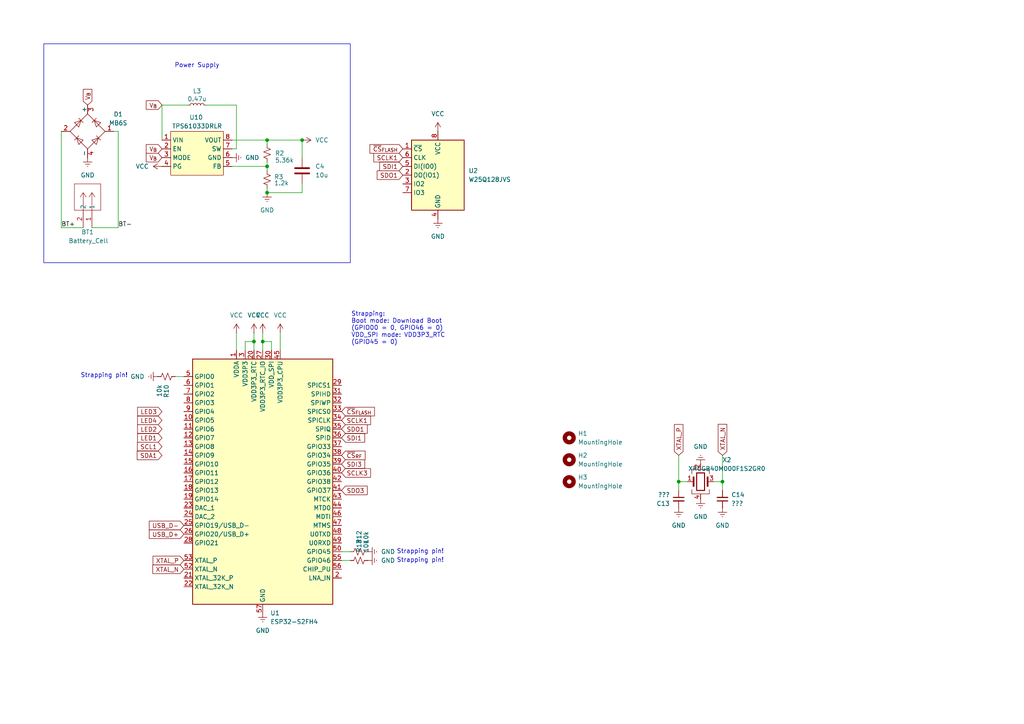
<source format=kicad_sch>
(kicad_sch
	(version 20231120)
	(generator "eeschema")
	(generator_version "8.0")
	(uuid "473e3a2e-6c5e-4995-af4a-e4bf1449cab0")
	(paper "A4")
	(title_block
		(title "Pointer")
		(date "2024-05-28")
		(rev "V0.0.3")
		(company "Mines Rocket Club")
		(comment 1 "Andrew Wu")
	)
	(lib_symbols
		(symbol "Custom_Flight_Computer_Symbols:1775469-2"
			(pin_names
				(offset 0.254)
			)
			(exclude_from_sim no)
			(in_bom yes)
			(on_board yes)
			(property "Reference" "J"
				(at 8.89 6.35 0)
				(effects
					(font
						(size 1.524 1.524)
					)
				)
			)
			(property "Value" "1775469-2"
				(at 0 0 0)
				(effects
					(font
						(size 1.524 1.524)
					)
				)
			)
			(property "Footprint" "locals_but_working_PLEASE:CONN2_1775469-2_TEC"
				(at 0 0 0)
				(effects
					(font
						(size 1.27 1.27)
						(italic yes)
					)
					(hide yes)
				)
			)
			(property "Datasheet" "https://www.te.com/usa-en/product-1775469-2.datasheet.pdf"
				(at 0 0 0)
				(effects
					(font
						(size 1.27 1.27)
						(italic yes)
					)
					(hide yes)
				)
			)
			(property "Description" "Right Angle JST Connector"
				(at 0 0 0)
				(effects
					(font
						(size 1.27 1.27)
					)
					(hide yes)
				)
			)
			(property "ki_keywords" "1775469-2"
				(at 0 0 0)
				(effects
					(font
						(size 1.27 1.27)
					)
					(hide yes)
				)
			)
			(property "ki_fp_filters" "CONN2_1775469-2_TEC"
				(at 0 0 0)
				(effects
					(font
						(size 1.27 1.27)
					)
					(hide yes)
				)
			)
			(symbol "1775469-2_0_1"
				(polyline
					(pts
						(xy 5.08 -5.08) (xy 12.7 -5.08)
					)
					(stroke
						(width 0.127)
						(type default)
					)
					(fill
						(type none)
					)
				)
				(polyline
					(pts
						(xy 5.08 2.54) (xy 5.08 -5.08)
					)
					(stroke
						(width 0.127)
						(type default)
					)
					(fill
						(type none)
					)
				)
				(polyline
					(pts
						(xy 10.16 -2.54) (xy 5.08 -2.54)
					)
					(stroke
						(width 0.127)
						(type default)
					)
					(fill
						(type none)
					)
				)
				(polyline
					(pts
						(xy 10.16 -2.54) (xy 8.89 -3.3867)
					)
					(stroke
						(width 0.127)
						(type default)
					)
					(fill
						(type none)
					)
				)
				(polyline
					(pts
						(xy 10.16 -2.54) (xy 8.89 -1.6933)
					)
					(stroke
						(width 0.127)
						(type default)
					)
					(fill
						(type none)
					)
				)
				(polyline
					(pts
						(xy 10.16 0) (xy 5.08 0)
					)
					(stroke
						(width 0.127)
						(type default)
					)
					(fill
						(type none)
					)
				)
				(polyline
					(pts
						(xy 10.16 0) (xy 8.89 -0.8467)
					)
					(stroke
						(width 0.127)
						(type default)
					)
					(fill
						(type none)
					)
				)
				(polyline
					(pts
						(xy 10.16 0) (xy 8.89 0.8467)
					)
					(stroke
						(width 0.127)
						(type default)
					)
					(fill
						(type none)
					)
				)
				(polyline
					(pts
						(xy 12.7 -5.08) (xy 12.7 2.54)
					)
					(stroke
						(width 0.127)
						(type default)
					)
					(fill
						(type none)
					)
				)
				(polyline
					(pts
						(xy 12.7 2.54) (xy 5.08 2.54)
					)
					(stroke
						(width 0.127)
						(type default)
					)
					(fill
						(type none)
					)
				)
				(pin unspecified line
					(at 0 0 0)
					(length 5.08)
					(name "1"
						(effects
							(font
								(size 1.27 1.27)
							)
						)
					)
					(number "1"
						(effects
							(font
								(size 1.27 1.27)
							)
						)
					)
				)
				(pin unspecified line
					(at 0 -2.54 0)
					(length 5.08)
					(name "2"
						(effects
							(font
								(size 1.27 1.27)
							)
						)
					)
					(number "2"
						(effects
							(font
								(size 1.27 1.27)
							)
						)
					)
				)
			)
		)
		(symbol "Device:C"
			(pin_numbers hide)
			(pin_names
				(offset 0.254)
			)
			(exclude_from_sim no)
			(in_bom yes)
			(on_board yes)
			(property "Reference" "C"
				(at 0.635 2.54 0)
				(effects
					(font
						(size 1.27 1.27)
					)
					(justify left)
				)
			)
			(property "Value" "C"
				(at 0.635 -2.54 0)
				(effects
					(font
						(size 1.27 1.27)
					)
					(justify left)
				)
			)
			(property "Footprint" ""
				(at 0.9652 -3.81 0)
				(effects
					(font
						(size 1.27 1.27)
					)
					(hide yes)
				)
			)
			(property "Datasheet" "~"
				(at 0 0 0)
				(effects
					(font
						(size 1.27 1.27)
					)
					(hide yes)
				)
			)
			(property "Description" "Unpolarized capacitor"
				(at 0 0 0)
				(effects
					(font
						(size 1.27 1.27)
					)
					(hide yes)
				)
			)
			(property "ki_keywords" "cap capacitor"
				(at 0 0 0)
				(effects
					(font
						(size 1.27 1.27)
					)
					(hide yes)
				)
			)
			(property "ki_fp_filters" "C_*"
				(at 0 0 0)
				(effects
					(font
						(size 1.27 1.27)
					)
					(hide yes)
				)
			)
			(symbol "C_0_1"
				(polyline
					(pts
						(xy -2.032 -0.762) (xy 2.032 -0.762)
					)
					(stroke
						(width 0.508)
						(type default)
					)
					(fill
						(type none)
					)
				)
				(polyline
					(pts
						(xy -2.032 0.762) (xy 2.032 0.762)
					)
					(stroke
						(width 0.508)
						(type default)
					)
					(fill
						(type none)
					)
				)
			)
			(symbol "C_1_1"
				(pin passive line
					(at 0 3.81 270)
					(length 2.794)
					(name "~"
						(effects
							(font
								(size 1.27 1.27)
							)
						)
					)
					(number "1"
						(effects
							(font
								(size 1.27 1.27)
							)
						)
					)
				)
				(pin passive line
					(at 0 -3.81 90)
					(length 2.794)
					(name "~"
						(effects
							(font
								(size 1.27 1.27)
							)
						)
					)
					(number "2"
						(effects
							(font
								(size 1.27 1.27)
							)
						)
					)
				)
			)
		)
		(symbol "Device:C_Small"
			(pin_numbers hide)
			(pin_names
				(offset 0.254) hide)
			(exclude_from_sim no)
			(in_bom yes)
			(on_board yes)
			(property "Reference" "C"
				(at 0.254 1.778 0)
				(effects
					(font
						(size 1.27 1.27)
					)
					(justify left)
				)
			)
			(property "Value" "C_Small"
				(at 0.254 -2.032 0)
				(effects
					(font
						(size 1.27 1.27)
					)
					(justify left)
				)
			)
			(property "Footprint" ""
				(at 0 0 0)
				(effects
					(font
						(size 1.27 1.27)
					)
					(hide yes)
				)
			)
			(property "Datasheet" "~"
				(at 0 0 0)
				(effects
					(font
						(size 1.27 1.27)
					)
					(hide yes)
				)
			)
			(property "Description" "Unpolarized capacitor, small symbol"
				(at 0 0 0)
				(effects
					(font
						(size 1.27 1.27)
					)
					(hide yes)
				)
			)
			(property "ki_keywords" "capacitor cap"
				(at 0 0 0)
				(effects
					(font
						(size 1.27 1.27)
					)
					(hide yes)
				)
			)
			(property "ki_fp_filters" "C_*"
				(at 0 0 0)
				(effects
					(font
						(size 1.27 1.27)
					)
					(hide yes)
				)
			)
			(symbol "C_Small_0_1"
				(polyline
					(pts
						(xy -1.524 -0.508) (xy 1.524 -0.508)
					)
					(stroke
						(width 0.3302)
						(type default)
					)
					(fill
						(type none)
					)
				)
				(polyline
					(pts
						(xy -1.524 0.508) (xy 1.524 0.508)
					)
					(stroke
						(width 0.3048)
						(type default)
					)
					(fill
						(type none)
					)
				)
			)
			(symbol "C_Small_1_1"
				(pin passive line
					(at 0 2.54 270)
					(length 2.032)
					(name "~"
						(effects
							(font
								(size 1.27 1.27)
							)
						)
					)
					(number "1"
						(effects
							(font
								(size 1.27 1.27)
							)
						)
					)
				)
				(pin passive line
					(at 0 -2.54 90)
					(length 2.032)
					(name "~"
						(effects
							(font
								(size 1.27 1.27)
							)
						)
					)
					(number "2"
						(effects
							(font
								(size 1.27 1.27)
							)
						)
					)
				)
			)
		)
		(symbol "Device:Crystal_GND24"
			(pin_names
				(offset 1.016) hide)
			(exclude_from_sim no)
			(in_bom yes)
			(on_board yes)
			(property "Reference" "Y"
				(at 3.175 5.08 0)
				(effects
					(font
						(size 1.27 1.27)
					)
					(justify left)
				)
			)
			(property "Value" "Crystal_GND24"
				(at 3.175 3.175 0)
				(effects
					(font
						(size 1.27 1.27)
					)
					(justify left)
				)
			)
			(property "Footprint" ""
				(at 0 0 0)
				(effects
					(font
						(size 1.27 1.27)
					)
					(hide yes)
				)
			)
			(property "Datasheet" "~"
				(at 0 0 0)
				(effects
					(font
						(size 1.27 1.27)
					)
					(hide yes)
				)
			)
			(property "Description" "Four pin crystal, GND on pins 2 and 4"
				(at 0 0 0)
				(effects
					(font
						(size 1.27 1.27)
					)
					(hide yes)
				)
			)
			(property "ki_keywords" "quartz ceramic resonator oscillator"
				(at 0 0 0)
				(effects
					(font
						(size 1.27 1.27)
					)
					(hide yes)
				)
			)
			(property "ki_fp_filters" "Crystal*"
				(at 0 0 0)
				(effects
					(font
						(size 1.27 1.27)
					)
					(hide yes)
				)
			)
			(symbol "Crystal_GND24_0_1"
				(rectangle
					(start -1.143 2.54)
					(end 1.143 -2.54)
					(stroke
						(width 0.3048)
						(type default)
					)
					(fill
						(type none)
					)
				)
				(polyline
					(pts
						(xy -2.54 0) (xy -2.032 0)
					)
					(stroke
						(width 0)
						(type default)
					)
					(fill
						(type none)
					)
				)
				(polyline
					(pts
						(xy -2.032 -1.27) (xy -2.032 1.27)
					)
					(stroke
						(width 0.508)
						(type default)
					)
					(fill
						(type none)
					)
				)
				(polyline
					(pts
						(xy 0 -3.81) (xy 0 -3.556)
					)
					(stroke
						(width 0)
						(type default)
					)
					(fill
						(type none)
					)
				)
				(polyline
					(pts
						(xy 0 3.556) (xy 0 3.81)
					)
					(stroke
						(width 0)
						(type default)
					)
					(fill
						(type none)
					)
				)
				(polyline
					(pts
						(xy 2.032 -1.27) (xy 2.032 1.27)
					)
					(stroke
						(width 0.508)
						(type default)
					)
					(fill
						(type none)
					)
				)
				(polyline
					(pts
						(xy 2.032 0) (xy 2.54 0)
					)
					(stroke
						(width 0)
						(type default)
					)
					(fill
						(type none)
					)
				)
				(polyline
					(pts
						(xy -2.54 -2.286) (xy -2.54 -3.556) (xy 2.54 -3.556) (xy 2.54 -2.286)
					)
					(stroke
						(width 0)
						(type default)
					)
					(fill
						(type none)
					)
				)
				(polyline
					(pts
						(xy -2.54 2.286) (xy -2.54 3.556) (xy 2.54 3.556) (xy 2.54 2.286)
					)
					(stroke
						(width 0)
						(type default)
					)
					(fill
						(type none)
					)
				)
			)
			(symbol "Crystal_GND24_1_1"
				(pin passive line
					(at -3.81 0 0)
					(length 1.27)
					(name "1"
						(effects
							(font
								(size 1.27 1.27)
							)
						)
					)
					(number "1"
						(effects
							(font
								(size 1.27 1.27)
							)
						)
					)
				)
				(pin passive line
					(at 0 5.08 270)
					(length 1.27)
					(name "2"
						(effects
							(font
								(size 1.27 1.27)
							)
						)
					)
					(number "2"
						(effects
							(font
								(size 1.27 1.27)
							)
						)
					)
				)
				(pin passive line
					(at 3.81 0 180)
					(length 1.27)
					(name "3"
						(effects
							(font
								(size 1.27 1.27)
							)
						)
					)
					(number "3"
						(effects
							(font
								(size 1.27 1.27)
							)
						)
					)
				)
				(pin passive line
					(at 0 -5.08 90)
					(length 1.27)
					(name "4"
						(effects
							(font
								(size 1.27 1.27)
							)
						)
					)
					(number "4"
						(effects
							(font
								(size 1.27 1.27)
							)
						)
					)
				)
			)
		)
		(symbol "Device:L_Small"
			(pin_numbers hide)
			(pin_names
				(offset 0.254) hide)
			(exclude_from_sim no)
			(in_bom yes)
			(on_board yes)
			(property "Reference" "L"
				(at 0.762 1.016 0)
				(effects
					(font
						(size 1.27 1.27)
					)
					(justify left)
				)
			)
			(property "Value" "L_Small"
				(at 0.762 -1.016 0)
				(effects
					(font
						(size 1.27 1.27)
					)
					(justify left)
				)
			)
			(property "Footprint" ""
				(at 0 0 0)
				(effects
					(font
						(size 1.27 1.27)
					)
					(hide yes)
				)
			)
			(property "Datasheet" "~"
				(at 0 0 0)
				(effects
					(font
						(size 1.27 1.27)
					)
					(hide yes)
				)
			)
			(property "Description" "Inductor, small symbol"
				(at 0 0 0)
				(effects
					(font
						(size 1.27 1.27)
					)
					(hide yes)
				)
			)
			(property "ki_keywords" "inductor choke coil reactor magnetic"
				(at 0 0 0)
				(effects
					(font
						(size 1.27 1.27)
					)
					(hide yes)
				)
			)
			(property "ki_fp_filters" "Choke_* *Coil* Inductor_* L_*"
				(at 0 0 0)
				(effects
					(font
						(size 1.27 1.27)
					)
					(hide yes)
				)
			)
			(symbol "L_Small_0_1"
				(arc
					(start 0 -2.032)
					(mid 0.5058 -1.524)
					(end 0 -1.016)
					(stroke
						(width 0)
						(type default)
					)
					(fill
						(type none)
					)
				)
				(arc
					(start 0 -1.016)
					(mid 0.5058 -0.508)
					(end 0 0)
					(stroke
						(width 0)
						(type default)
					)
					(fill
						(type none)
					)
				)
				(arc
					(start 0 0)
					(mid 0.5058 0.508)
					(end 0 1.016)
					(stroke
						(width 0)
						(type default)
					)
					(fill
						(type none)
					)
				)
				(arc
					(start 0 1.016)
					(mid 0.5058 1.524)
					(end 0 2.032)
					(stroke
						(width 0)
						(type default)
					)
					(fill
						(type none)
					)
				)
			)
			(symbol "L_Small_1_1"
				(pin passive line
					(at 0 2.54 270)
					(length 0.508)
					(name "~"
						(effects
							(font
								(size 1.27 1.27)
							)
						)
					)
					(number "1"
						(effects
							(font
								(size 1.27 1.27)
							)
						)
					)
				)
				(pin passive line
					(at 0 -2.54 90)
					(length 0.508)
					(name "~"
						(effects
							(font
								(size 1.27 1.27)
							)
						)
					)
					(number "2"
						(effects
							(font
								(size 1.27 1.27)
							)
						)
					)
				)
			)
		)
		(symbol "Device:R_Small_US"
			(pin_numbers hide)
			(pin_names
				(offset 0.254) hide)
			(exclude_from_sim no)
			(in_bom yes)
			(on_board yes)
			(property "Reference" "R"
				(at 0.762 0.508 0)
				(effects
					(font
						(size 1.27 1.27)
					)
					(justify left)
				)
			)
			(property "Value" "R_Small_US"
				(at 0.762 -1.016 0)
				(effects
					(font
						(size 1.27 1.27)
					)
					(justify left)
				)
			)
			(property "Footprint" ""
				(at 0 0 0)
				(effects
					(font
						(size 1.27 1.27)
					)
					(hide yes)
				)
			)
			(property "Datasheet" "~"
				(at 0 0 0)
				(effects
					(font
						(size 1.27 1.27)
					)
					(hide yes)
				)
			)
			(property "Description" "Resistor, small US symbol"
				(at 0 0 0)
				(effects
					(font
						(size 1.27 1.27)
					)
					(hide yes)
				)
			)
			(property "ki_keywords" "r resistor"
				(at 0 0 0)
				(effects
					(font
						(size 1.27 1.27)
					)
					(hide yes)
				)
			)
			(property "ki_fp_filters" "R_*"
				(at 0 0 0)
				(effects
					(font
						(size 1.27 1.27)
					)
					(hide yes)
				)
			)
			(symbol "R_Small_US_1_1"
				(polyline
					(pts
						(xy 0 0) (xy 1.016 -0.381) (xy 0 -0.762) (xy -1.016 -1.143) (xy 0 -1.524)
					)
					(stroke
						(width 0)
						(type default)
					)
					(fill
						(type none)
					)
				)
				(polyline
					(pts
						(xy 0 1.524) (xy 1.016 1.143) (xy 0 0.762) (xy -1.016 0.381) (xy 0 0)
					)
					(stroke
						(width 0)
						(type default)
					)
					(fill
						(type none)
					)
				)
				(pin passive line
					(at 0 2.54 270)
					(length 1.016)
					(name "~"
						(effects
							(font
								(size 1.27 1.27)
							)
						)
					)
					(number "1"
						(effects
							(font
								(size 1.27 1.27)
							)
						)
					)
				)
				(pin passive line
					(at 0 -2.54 90)
					(length 1.016)
					(name "~"
						(effects
							(font
								(size 1.27 1.27)
							)
						)
					)
					(number "2"
						(effects
							(font
								(size 1.27 1.27)
							)
						)
					)
				)
			)
		)
		(symbol "Diode_Bridge:MB6S"
			(pin_names
				(offset 0)
			)
			(exclude_from_sim no)
			(in_bom yes)
			(on_board yes)
			(property "Reference" "D"
				(at 2.54 6.985 0)
				(effects
					(font
						(size 1.27 1.27)
					)
					(justify left)
				)
			)
			(property "Value" "MB6S"
				(at 2.54 5.08 0)
				(effects
					(font
						(size 1.27 1.27)
					)
					(justify left)
				)
			)
			(property "Footprint" "Package_TO_SOT_SMD:TO-269AA"
				(at 3.81 3.175 0)
				(effects
					(font
						(size 1.27 1.27)
					)
					(justify left)
					(hide yes)
				)
			)
			(property "Datasheet" "http://www.vishay.com/docs/88573/dfs.pdf"
				(at 0 0 0)
				(effects
					(font
						(size 1.27 1.27)
					)
					(hide yes)
				)
			)
			(property "Description" "Miniature Glass Passivated Single-Phase Surface Mount Bridge Rectifiers, 700V Vrms, 1.0A If, DFS SMD package"
				(at 0 0 0)
				(effects
					(font
						(size 1.27 1.27)
					)
					(hide yes)
				)
			)
			(property "ki_keywords" "rectifier acdc"
				(at 0 0 0)
				(effects
					(font
						(size 1.27 1.27)
					)
					(hide yes)
				)
			)
			(property "ki_fp_filters" "TO?269AA*"
				(at 0 0 0)
				(effects
					(font
						(size 1.27 1.27)
					)
					(hide yes)
				)
			)
			(symbol "MB6S_0_1"
				(polyline
					(pts
						(xy -2.54 3.81) (xy -1.27 2.54)
					)
					(stroke
						(width 0)
						(type default)
					)
					(fill
						(type none)
					)
				)
				(polyline
					(pts
						(xy -1.27 -2.54) (xy -2.54 -3.81)
					)
					(stroke
						(width 0)
						(type default)
					)
					(fill
						(type none)
					)
				)
				(polyline
					(pts
						(xy 2.54 -1.27) (xy 3.81 -2.54)
					)
					(stroke
						(width 0)
						(type default)
					)
					(fill
						(type none)
					)
				)
				(polyline
					(pts
						(xy 2.54 1.27) (xy 3.81 2.54)
					)
					(stroke
						(width 0)
						(type default)
					)
					(fill
						(type none)
					)
				)
				(polyline
					(pts
						(xy -3.81 2.54) (xy -2.54 1.27) (xy -1.905 3.175) (xy -3.81 2.54)
					)
					(stroke
						(width 0)
						(type default)
					)
					(fill
						(type none)
					)
				)
				(polyline
					(pts
						(xy -2.54 -1.27) (xy -3.81 -2.54) (xy -1.905 -3.175) (xy -2.54 -1.27)
					)
					(stroke
						(width 0)
						(type default)
					)
					(fill
						(type none)
					)
				)
				(polyline
					(pts
						(xy 1.27 2.54) (xy 2.54 3.81) (xy 3.175 1.905) (xy 1.27 2.54)
					)
					(stroke
						(width 0)
						(type default)
					)
					(fill
						(type none)
					)
				)
				(polyline
					(pts
						(xy 3.175 -1.905) (xy 1.27 -2.54) (xy 2.54 -3.81) (xy 3.175 -1.905)
					)
					(stroke
						(width 0)
						(type default)
					)
					(fill
						(type none)
					)
				)
				(polyline
					(pts
						(xy -5.08 0) (xy 0 -5.08) (xy 5.08 0) (xy 0 5.08) (xy -5.08 0)
					)
					(stroke
						(width 0)
						(type default)
					)
					(fill
						(type none)
					)
				)
			)
			(symbol "MB6S_1_1"
				(pin passive line
					(at 0 -7.62 90)
					(length 2.54)
					(name "~"
						(effects
							(font
								(size 1.27 1.27)
							)
						)
					)
					(number "1"
						(effects
							(font
								(size 1.27 1.27)
							)
						)
					)
				)
				(pin passive line
					(at 0 7.62 270)
					(length 2.54)
					(name "~"
						(effects
							(font
								(size 1.27 1.27)
							)
						)
					)
					(number "2"
						(effects
							(font
								(size 1.27 1.27)
							)
						)
					)
				)
				(pin passive line
					(at 7.62 0 180)
					(length 2.54)
					(name "+"
						(effects
							(font
								(size 1.27 1.27)
							)
						)
					)
					(number "3"
						(effects
							(font
								(size 1.27 1.27)
							)
						)
					)
				)
				(pin passive line
					(at -7.62 0 0)
					(length 2.54)
					(name "-"
						(effects
							(font
								(size 1.27 1.27)
							)
						)
					)
					(number "4"
						(effects
							(font
								(size 1.27 1.27)
							)
						)
					)
				)
			)
		)
		(symbol "MCU_Espressif:ESP32-S2"
			(exclude_from_sim no)
			(in_bom yes)
			(on_board yes)
			(property "Reference" "U"
				(at 12.7 -38.1 0)
				(effects
					(font
						(size 1.27 1.27)
					)
				)
			)
			(property "Value" "ESP32-S2"
				(at 16.51 -40.64 0)
				(effects
					(font
						(size 1.27 1.27)
					)
				)
			)
			(property "Footprint" "Package_DFN_QFN:QFN-56-1EP_7x7mm_P0.4mm_EP4x4mm"
				(at 2.54 -48.26 0)
				(effects
					(font
						(size 1.27 1.27)
					)
					(justify left)
					(hide yes)
				)
			)
			(property "Datasheet" "https://www.espressif.com/sites/default/files/documentation/esp32-s2_datasheet_en.pdf"
				(at 2.54 -45.72 0)
				(effects
					(font
						(size 1.27 1.27)
					)
					(justify left)
					(hide yes)
				)
			)
			(property "Description" "Microcontroller, Wi-Fi 802.11b/g/n, Bluetooth, 32bit"
				(at 0 0 0)
				(effects
					(font
						(size 1.27 1.27)
					)
					(hide yes)
				)
			)
			(property "ki_keywords" "Microcontroller Wi-Fi BT ESP ESP32 Espressif"
				(at 0 0 0)
				(effects
					(font
						(size 1.27 1.27)
					)
					(hide yes)
				)
			)
			(property "ki_fp_filters" "QFN*1EP*7x7mm*P0.4mm*"
				(at 0 0 0)
				(effects
					(font
						(size 1.27 1.27)
					)
					(hide yes)
				)
			)
			(symbol "ESP32-S2_0_1"
				(rectangle
					(start -20.32 35.56)
					(end 20.32 -35.56)
					(stroke
						(width 0.254)
						(type default)
					)
					(fill
						(type background)
					)
				)
			)
			(symbol "ESP32-S2_1_1"
				(pin power_in line
					(at -7.62 38.1 270)
					(length 2.54)
					(name "VDDA"
						(effects
							(font
								(size 1.27 1.27)
							)
						)
					)
					(number "1"
						(effects
							(font
								(size 1.27 1.27)
							)
						)
					)
				)
				(pin bidirectional line
					(at -22.86 17.78 0)
					(length 2.54)
					(name "GPIO5"
						(effects
							(font
								(size 1.27 1.27)
							)
						)
					)
					(number "10"
						(effects
							(font
								(size 1.27 1.27)
							)
						)
					)
				)
				(pin bidirectional line
					(at -22.86 15.24 0)
					(length 2.54)
					(name "GPIO6"
						(effects
							(font
								(size 1.27 1.27)
							)
						)
					)
					(number "11"
						(effects
							(font
								(size 1.27 1.27)
							)
						)
					)
				)
				(pin bidirectional line
					(at -22.86 12.7 0)
					(length 2.54)
					(name "GPIO7"
						(effects
							(font
								(size 1.27 1.27)
							)
						)
					)
					(number "12"
						(effects
							(font
								(size 1.27 1.27)
							)
						)
					)
				)
				(pin bidirectional line
					(at -22.86 10.16 0)
					(length 2.54)
					(name "GPIO8"
						(effects
							(font
								(size 1.27 1.27)
							)
						)
					)
					(number "13"
						(effects
							(font
								(size 1.27 1.27)
							)
						)
					)
				)
				(pin bidirectional line
					(at -22.86 7.62 0)
					(length 2.54)
					(name "GPIO9"
						(effects
							(font
								(size 1.27 1.27)
							)
						)
					)
					(number "14"
						(effects
							(font
								(size 1.27 1.27)
							)
						)
					)
				)
				(pin bidirectional line
					(at -22.86 5.08 0)
					(length 2.54)
					(name "GPIO10"
						(effects
							(font
								(size 1.27 1.27)
							)
						)
					)
					(number "15"
						(effects
							(font
								(size 1.27 1.27)
							)
						)
					)
				)
				(pin bidirectional line
					(at -22.86 2.54 0)
					(length 2.54)
					(name "GPIO11"
						(effects
							(font
								(size 1.27 1.27)
							)
						)
					)
					(number "16"
						(effects
							(font
								(size 1.27 1.27)
							)
						)
					)
				)
				(pin bidirectional line
					(at -22.86 0 0)
					(length 2.54)
					(name "GPIO12"
						(effects
							(font
								(size 1.27 1.27)
							)
						)
					)
					(number "17"
						(effects
							(font
								(size 1.27 1.27)
							)
						)
					)
				)
				(pin bidirectional line
					(at -22.86 -2.54 0)
					(length 2.54)
					(name "GPIO13"
						(effects
							(font
								(size 1.27 1.27)
							)
						)
					)
					(number "18"
						(effects
							(font
								(size 1.27 1.27)
							)
						)
					)
				)
				(pin bidirectional line
					(at -22.86 -5.08 0)
					(length 2.54)
					(name "GPIO14"
						(effects
							(font
								(size 1.27 1.27)
							)
						)
					)
					(number "19"
						(effects
							(font
								(size 1.27 1.27)
							)
						)
					)
				)
				(pin bidirectional line
					(at 22.86 -27.94 180)
					(length 2.54)
					(name "LNA_IN"
						(effects
							(font
								(size 1.27 1.27)
							)
						)
					)
					(number "2"
						(effects
							(font
								(size 1.27 1.27)
							)
						)
					)
				)
				(pin power_in line
					(at -2.54 38.1 270)
					(length 2.54)
					(name "VDD3P3_RTC"
						(effects
							(font
								(size 1.27 1.27)
							)
						)
					)
					(number "20"
						(effects
							(font
								(size 1.27 1.27)
							)
						)
					)
				)
				(pin passive line
					(at -22.86 -27.94 0)
					(length 2.54)
					(name "XTAL_32K_P"
						(effects
							(font
								(size 1.27 1.27)
							)
						)
					)
					(number "21"
						(effects
							(font
								(size 1.27 1.27)
							)
						)
					)
				)
				(pin passive line
					(at -22.86 -30.48 0)
					(length 2.54)
					(name "XTAL_32K_N"
						(effects
							(font
								(size 1.27 1.27)
							)
						)
					)
					(number "22"
						(effects
							(font
								(size 1.27 1.27)
							)
						)
					)
				)
				(pin bidirectional line
					(at -22.86 -7.62 0)
					(length 2.54)
					(name "DAC_1"
						(effects
							(font
								(size 1.27 1.27)
							)
						)
					)
					(number "23"
						(effects
							(font
								(size 1.27 1.27)
							)
						)
					)
				)
				(pin bidirectional line
					(at -22.86 -10.16 0)
					(length 2.54)
					(name "DAC_2"
						(effects
							(font
								(size 1.27 1.27)
							)
						)
					)
					(number "24"
						(effects
							(font
								(size 1.27 1.27)
							)
						)
					)
				)
				(pin bidirectional line
					(at -22.86 -12.7 0)
					(length 2.54)
					(name "GPIO19/USB_D-"
						(effects
							(font
								(size 1.27 1.27)
							)
						)
					)
					(number "25"
						(effects
							(font
								(size 1.27 1.27)
							)
						)
					)
				)
				(pin bidirectional line
					(at -22.86 -15.24 0)
					(length 2.54)
					(name "GPIO20/USB_D+"
						(effects
							(font
								(size 1.27 1.27)
							)
						)
					)
					(number "26"
						(effects
							(font
								(size 1.27 1.27)
							)
						)
					)
				)
				(pin power_in line
					(at 0 38.1 270)
					(length 2.54)
					(name "VDD3P3_RTC_IO"
						(effects
							(font
								(size 1.27 1.27)
							)
						)
					)
					(number "27"
						(effects
							(font
								(size 1.27 1.27)
							)
						)
					)
				)
				(pin bidirectional line
					(at -22.86 -17.78 0)
					(length 2.54)
					(name "GPIO21"
						(effects
							(font
								(size 1.27 1.27)
							)
						)
					)
					(number "28"
						(effects
							(font
								(size 1.27 1.27)
							)
						)
					)
				)
				(pin bidirectional line
					(at 22.86 27.94 180)
					(length 2.54)
					(name "SPICS1"
						(effects
							(font
								(size 1.27 1.27)
							)
						)
					)
					(number "29"
						(effects
							(font
								(size 1.27 1.27)
							)
						)
					)
				)
				(pin power_in line
					(at -5.08 38.1 270)
					(length 2.54)
					(name "VDD3P3"
						(effects
							(font
								(size 1.27 1.27)
							)
						)
					)
					(number "3"
						(effects
							(font
								(size 1.27 1.27)
							)
						)
					)
				)
				(pin power_out line
					(at 2.54 38.1 270)
					(length 2.54)
					(name "VDD_SPI"
						(effects
							(font
								(size 1.27 1.27)
							)
						)
					)
					(number "30"
						(effects
							(font
								(size 1.27 1.27)
							)
						)
					)
				)
				(pin bidirectional line
					(at 22.86 25.4 180)
					(length 2.54)
					(name "SPIHD"
						(effects
							(font
								(size 1.27 1.27)
							)
						)
					)
					(number "31"
						(effects
							(font
								(size 1.27 1.27)
							)
						)
					)
				)
				(pin bidirectional line
					(at 22.86 22.86 180)
					(length 2.54)
					(name "SPIWP"
						(effects
							(font
								(size 1.27 1.27)
							)
						)
					)
					(number "32"
						(effects
							(font
								(size 1.27 1.27)
							)
						)
					)
				)
				(pin bidirectional line
					(at 22.86 20.32 180)
					(length 2.54)
					(name "SPICS0"
						(effects
							(font
								(size 1.27 1.27)
							)
						)
					)
					(number "33"
						(effects
							(font
								(size 1.27 1.27)
							)
						)
					)
				)
				(pin bidirectional line
					(at 22.86 17.78 180)
					(length 2.54)
					(name "SPICLK"
						(effects
							(font
								(size 1.27 1.27)
							)
						)
					)
					(number "34"
						(effects
							(font
								(size 1.27 1.27)
							)
						)
					)
				)
				(pin bidirectional line
					(at 22.86 15.24 180)
					(length 2.54)
					(name "SPIQ"
						(effects
							(font
								(size 1.27 1.27)
							)
						)
					)
					(number "35"
						(effects
							(font
								(size 1.27 1.27)
							)
						)
					)
				)
				(pin bidirectional line
					(at 22.86 12.7 180)
					(length 2.54)
					(name "SPID"
						(effects
							(font
								(size 1.27 1.27)
							)
						)
					)
					(number "36"
						(effects
							(font
								(size 1.27 1.27)
							)
						)
					)
				)
				(pin bidirectional line
					(at 22.86 10.16 180)
					(length 2.54)
					(name "GPIO33"
						(effects
							(font
								(size 1.27 1.27)
							)
						)
					)
					(number "37"
						(effects
							(font
								(size 1.27 1.27)
							)
						)
					)
				)
				(pin bidirectional line
					(at 22.86 7.62 180)
					(length 2.54)
					(name "GPIO34"
						(effects
							(font
								(size 1.27 1.27)
							)
						)
					)
					(number "38"
						(effects
							(font
								(size 1.27 1.27)
							)
						)
					)
				)
				(pin bidirectional line
					(at 22.86 5.08 180)
					(length 2.54)
					(name "GPIO35"
						(effects
							(font
								(size 1.27 1.27)
							)
						)
					)
					(number "39"
						(effects
							(font
								(size 1.27 1.27)
							)
						)
					)
				)
				(pin passive line
					(at -5.08 38.1 270)
					(length 2.54) hide
					(name "VDD3P3"
						(effects
							(font
								(size 1.27 1.27)
							)
						)
					)
					(number "4"
						(effects
							(font
								(size 1.27 1.27)
							)
						)
					)
				)
				(pin bidirectional line
					(at 22.86 2.54 180)
					(length 2.54)
					(name "GPIO36"
						(effects
							(font
								(size 1.27 1.27)
							)
						)
					)
					(number "40"
						(effects
							(font
								(size 1.27 1.27)
							)
						)
					)
				)
				(pin bidirectional line
					(at 22.86 -2.54 180)
					(length 2.54)
					(name "GPIO37"
						(effects
							(font
								(size 1.27 1.27)
							)
						)
					)
					(number "41"
						(effects
							(font
								(size 1.27 1.27)
							)
						)
					)
				)
				(pin bidirectional line
					(at 22.86 0 180)
					(length 2.54)
					(name "GPIO38"
						(effects
							(font
								(size 1.27 1.27)
							)
						)
					)
					(number "42"
						(effects
							(font
								(size 1.27 1.27)
							)
						)
					)
				)
				(pin bidirectional line
					(at 22.86 -5.08 180)
					(length 2.54)
					(name "MTCK"
						(effects
							(font
								(size 1.27 1.27)
							)
						)
					)
					(number "43"
						(effects
							(font
								(size 1.27 1.27)
							)
						)
					)
				)
				(pin bidirectional line
					(at 22.86 -7.62 180)
					(length 2.54)
					(name "MTD0"
						(effects
							(font
								(size 1.27 1.27)
							)
						)
					)
					(number "44"
						(effects
							(font
								(size 1.27 1.27)
							)
						)
					)
				)
				(pin power_in line
					(at 5.08 38.1 270)
					(length 2.54)
					(name "VDD3P3_CPU"
						(effects
							(font
								(size 1.27 1.27)
							)
						)
					)
					(number "45"
						(effects
							(font
								(size 1.27 1.27)
							)
						)
					)
				)
				(pin bidirectional line
					(at 22.86 -10.16 180)
					(length 2.54)
					(name "MDTI"
						(effects
							(font
								(size 1.27 1.27)
							)
						)
					)
					(number "46"
						(effects
							(font
								(size 1.27 1.27)
							)
						)
					)
				)
				(pin bidirectional line
					(at 22.86 -12.7 180)
					(length 2.54)
					(name "MTMS"
						(effects
							(font
								(size 1.27 1.27)
							)
						)
					)
					(number "47"
						(effects
							(font
								(size 1.27 1.27)
							)
						)
					)
				)
				(pin bidirectional line
					(at 22.86 -15.24 180)
					(length 2.54)
					(name "U0TXD"
						(effects
							(font
								(size 1.27 1.27)
							)
						)
					)
					(number "48"
						(effects
							(font
								(size 1.27 1.27)
							)
						)
					)
				)
				(pin bidirectional line
					(at 22.86 -17.78 180)
					(length 2.54)
					(name "U0RXD"
						(effects
							(font
								(size 1.27 1.27)
							)
						)
					)
					(number "49"
						(effects
							(font
								(size 1.27 1.27)
							)
						)
					)
				)
				(pin bidirectional line
					(at -22.86 30.48 0)
					(length 2.54)
					(name "GPIO0"
						(effects
							(font
								(size 1.27 1.27)
							)
						)
					)
					(number "5"
						(effects
							(font
								(size 1.27 1.27)
							)
						)
					)
				)
				(pin bidirectional line
					(at 22.86 -20.32 180)
					(length 2.54)
					(name "GPIO45"
						(effects
							(font
								(size 1.27 1.27)
							)
						)
					)
					(number "50"
						(effects
							(font
								(size 1.27 1.27)
							)
						)
					)
				)
				(pin passive line
					(at -7.62 38.1 270)
					(length 2.54) hide
					(name "VDDA"
						(effects
							(font
								(size 1.27 1.27)
							)
						)
					)
					(number "51"
						(effects
							(font
								(size 1.27 1.27)
							)
						)
					)
				)
				(pin output line
					(at -22.86 -25.4 0)
					(length 2.54)
					(name "XTAL_N"
						(effects
							(font
								(size 1.27 1.27)
							)
						)
					)
					(number "52"
						(effects
							(font
								(size 1.27 1.27)
							)
						)
					)
				)
				(pin input line
					(at -22.86 -22.86 0)
					(length 2.54)
					(name "XTAL_P"
						(effects
							(font
								(size 1.27 1.27)
							)
						)
					)
					(number "53"
						(effects
							(font
								(size 1.27 1.27)
							)
						)
					)
				)
				(pin passive line
					(at -7.62 38.1 270)
					(length 2.54) hide
					(name "VDDA"
						(effects
							(font
								(size 1.27 1.27)
							)
						)
					)
					(number "54"
						(effects
							(font
								(size 1.27 1.27)
							)
						)
					)
				)
				(pin input line
					(at 22.86 -22.86 180)
					(length 2.54)
					(name "GPIO46"
						(effects
							(font
								(size 1.27 1.27)
							)
						)
					)
					(number "55"
						(effects
							(font
								(size 1.27 1.27)
							)
						)
					)
				)
				(pin input line
					(at 22.86 -25.4 180)
					(length 2.54)
					(name "CHIP_PU"
						(effects
							(font
								(size 1.27 1.27)
							)
						)
					)
					(number "56"
						(effects
							(font
								(size 1.27 1.27)
							)
						)
					)
				)
				(pin power_in line
					(at 0 -38.1 90)
					(length 2.54)
					(name "GND"
						(effects
							(font
								(size 1.27 1.27)
							)
						)
					)
					(number "57"
						(effects
							(font
								(size 1.27 1.27)
							)
						)
					)
				)
				(pin bidirectional line
					(at -22.86 27.94 0)
					(length 2.54)
					(name "GPIO1"
						(effects
							(font
								(size 1.27 1.27)
							)
						)
					)
					(number "6"
						(effects
							(font
								(size 1.27 1.27)
							)
						)
					)
				)
				(pin bidirectional line
					(at -22.86 25.4 0)
					(length 2.54)
					(name "GPIO2"
						(effects
							(font
								(size 1.27 1.27)
							)
						)
					)
					(number "7"
						(effects
							(font
								(size 1.27 1.27)
							)
						)
					)
				)
				(pin bidirectional line
					(at -22.86 22.86 0)
					(length 2.54)
					(name "GPIO3"
						(effects
							(font
								(size 1.27 1.27)
							)
						)
					)
					(number "8"
						(effects
							(font
								(size 1.27 1.27)
							)
						)
					)
				)
				(pin bidirectional line
					(at -22.86 20.32 0)
					(length 2.54)
					(name "GPIO4"
						(effects
							(font
								(size 1.27 1.27)
							)
						)
					)
					(number "9"
						(effects
							(font
								(size 1.27 1.27)
							)
						)
					)
				)
			)
		)
		(symbol "MCU_Espressif:ESP32-S3"
			(exclude_from_sim no)
			(in_bom yes)
			(on_board yes)
			(property "Reference" "U"
				(at 10.16 -38.1 0)
				(effects
					(font
						(size 1.27 1.27)
					)
				)
			)
			(property "Value" "ESP32-S3"
				(at 13.97 -40.64 0)
				(effects
					(font
						(size 1.27 1.27)
					)
				)
			)
			(property "Footprint" "Package_DFN_QFN:QFN-56-1EP_7x7mm_P0.4mm_EP4x4mm"
				(at 0 -48.26 0)
				(effects
					(font
						(size 1.27 1.27)
					)
					(hide yes)
				)
			)
			(property "Datasheet" "https://www.espressif.com/sites/default/files/documentation/esp32-s3_datasheet_en.pdf"
				(at 0 0 0)
				(effects
					(font
						(size 1.27 1.27)
					)
					(hide yes)
				)
			)
			(property "Description" "Microcontroller, Wi-Fi 802.11b/g/n, Bluetooth, 32bit"
				(at 0 0 0)
				(effects
					(font
						(size 1.27 1.27)
					)
					(hide yes)
				)
			)
			(property "ki_keywords" "Microcontroller Wi-Fi BT ESP ESP32 Espressif"
				(at 0 0 0)
				(effects
					(font
						(size 1.27 1.27)
					)
					(hide yes)
				)
			)
			(property "ki_fp_filters" "QFN*1EP*7x7mm*P0.4mm*"
				(at 0 0 0)
				(effects
					(font
						(size 1.27 1.27)
					)
					(hide yes)
				)
			)
			(symbol "ESP32-S3_0_1"
				(rectangle
					(start -20.32 35.56)
					(end 20.32 -35.56)
					(stroke
						(width 0.254)
						(type default)
					)
					(fill
						(type background)
					)
				)
			)
			(symbol "ESP32-S3_1_0"
				(pin bidirectional line
					(at 22.86 12.7 180)
					(length 2.54)
					(name "SPICLK_N"
						(effects
							(font
								(size 1.27 1.27)
							)
						)
					)
					(number "36"
						(effects
							(font
								(size 1.27 1.27)
							)
						)
					)
				)
				(pin bidirectional line
					(at 22.86 -10.16 180)
					(length 2.54)
					(name "MTDO"
						(effects
							(font
								(size 1.27 1.27)
							)
						)
					)
					(number "45"
						(effects
							(font
								(size 1.27 1.27)
							)
						)
					)
				)
				(pin bidirectional line
					(at 22.86 -22.86 180)
					(length 2.54)
					(name "GPIO45"
						(effects
							(font
								(size 1.27 1.27)
							)
						)
					)
					(number "51"
						(effects
							(font
								(size 1.27 1.27)
							)
						)
					)
				)
				(pin passive line
					(at -5.08 38.1 270)
					(length 2.54) hide
					(name "VDDA"
						(effects
							(font
								(size 1.27 1.27)
							)
						)
					)
					(number "56"
						(effects
							(font
								(size 1.27 1.27)
							)
						)
					)
				)
			)
			(symbol "ESP32-S3_1_1"
				(pin bidirectional line
					(at 22.86 -30.48 180)
					(length 2.54)
					(name "LNA_IN"
						(effects
							(font
								(size 1.27 1.27)
							)
						)
					)
					(number "1"
						(effects
							(font
								(size 1.27 1.27)
							)
						)
					)
				)
				(pin bidirectional line
					(at -22.86 17.78 0)
					(length 2.54)
					(name "GPIO5"
						(effects
							(font
								(size 1.27 1.27)
							)
						)
					)
					(number "10"
						(effects
							(font
								(size 1.27 1.27)
							)
						)
					)
				)
				(pin bidirectional line
					(at -22.86 15.24 0)
					(length 2.54)
					(name "GPIO6"
						(effects
							(font
								(size 1.27 1.27)
							)
						)
					)
					(number "11"
						(effects
							(font
								(size 1.27 1.27)
							)
						)
					)
				)
				(pin bidirectional line
					(at -22.86 12.7 0)
					(length 2.54)
					(name "GPIO7"
						(effects
							(font
								(size 1.27 1.27)
							)
						)
					)
					(number "12"
						(effects
							(font
								(size 1.27 1.27)
							)
						)
					)
				)
				(pin bidirectional line
					(at -22.86 10.16 0)
					(length 2.54)
					(name "GPIO8"
						(effects
							(font
								(size 1.27 1.27)
							)
						)
					)
					(number "13"
						(effects
							(font
								(size 1.27 1.27)
							)
						)
					)
				)
				(pin bidirectional line
					(at -22.86 7.62 0)
					(length 2.54)
					(name "GPIO9"
						(effects
							(font
								(size 1.27 1.27)
							)
						)
					)
					(number "14"
						(effects
							(font
								(size 1.27 1.27)
							)
						)
					)
				)
				(pin bidirectional line
					(at -22.86 5.08 0)
					(length 2.54)
					(name "GPIO10"
						(effects
							(font
								(size 1.27 1.27)
							)
						)
					)
					(number "15"
						(effects
							(font
								(size 1.27 1.27)
							)
						)
					)
				)
				(pin bidirectional line
					(at -22.86 2.54 0)
					(length 2.54)
					(name "GPIO11"
						(effects
							(font
								(size 1.27 1.27)
							)
						)
					)
					(number "16"
						(effects
							(font
								(size 1.27 1.27)
							)
						)
					)
				)
				(pin bidirectional line
					(at -22.86 0 0)
					(length 2.54)
					(name "GPIO12"
						(effects
							(font
								(size 1.27 1.27)
							)
						)
					)
					(number "17"
						(effects
							(font
								(size 1.27 1.27)
							)
						)
					)
				)
				(pin bidirectional line
					(at -22.86 -2.54 0)
					(length 2.54)
					(name "GPIO13"
						(effects
							(font
								(size 1.27 1.27)
							)
						)
					)
					(number "18"
						(effects
							(font
								(size 1.27 1.27)
							)
						)
					)
				)
				(pin bidirectional line
					(at -22.86 -5.08 0)
					(length 2.54)
					(name "GPIO14"
						(effects
							(font
								(size 1.27 1.27)
							)
						)
					)
					(number "19"
						(effects
							(font
								(size 1.27 1.27)
							)
						)
					)
				)
				(pin power_in line
					(at -2.54 38.1 270)
					(length 2.54)
					(name "VDD3P3"
						(effects
							(font
								(size 1.27 1.27)
							)
						)
					)
					(number "2"
						(effects
							(font
								(size 1.27 1.27)
							)
						)
					)
				)
				(pin power_in line
					(at 0 38.1 270)
					(length 2.54)
					(name "VDD3P3_RTC"
						(effects
							(font
								(size 1.27 1.27)
							)
						)
					)
					(number "20"
						(effects
							(font
								(size 1.27 1.27)
							)
						)
					)
				)
				(pin passive line
					(at -22.86 -22.86 0)
					(length 2.54)
					(name "XTAL_32K_P"
						(effects
							(font
								(size 1.27 1.27)
							)
						)
					)
					(number "21"
						(effects
							(font
								(size 1.27 1.27)
							)
						)
					)
				)
				(pin passive line
					(at -22.86 -25.4 0)
					(length 2.54)
					(name "XTAL_32K_N"
						(effects
							(font
								(size 1.27 1.27)
							)
						)
					)
					(number "22"
						(effects
							(font
								(size 1.27 1.27)
							)
						)
					)
				)
				(pin bidirectional line
					(at -22.86 -7.62 0)
					(length 2.54)
					(name "GPIO17"
						(effects
							(font
								(size 1.27 1.27)
							)
						)
					)
					(number "23"
						(effects
							(font
								(size 1.27 1.27)
							)
						)
					)
				)
				(pin bidirectional line
					(at -22.86 -10.16 0)
					(length 2.54)
					(name "GPIO18"
						(effects
							(font
								(size 1.27 1.27)
							)
						)
					)
					(number "24"
						(effects
							(font
								(size 1.27 1.27)
							)
						)
					)
				)
				(pin bidirectional line
					(at -22.86 -12.7 0)
					(length 2.54)
					(name "GPIO19/USB_D-"
						(effects
							(font
								(size 1.27 1.27)
							)
						)
					)
					(number "25"
						(effects
							(font
								(size 1.27 1.27)
							)
						)
					)
				)
				(pin bidirectional line
					(at -22.86 -15.24 0)
					(length 2.54)
					(name "GPIO20/USB_D+"
						(effects
							(font
								(size 1.27 1.27)
							)
						)
					)
					(number "26"
						(effects
							(font
								(size 1.27 1.27)
							)
						)
					)
				)
				(pin bidirectional line
					(at -22.86 -17.78 0)
					(length 2.54)
					(name "GPIO21"
						(effects
							(font
								(size 1.27 1.27)
							)
						)
					)
					(number "27"
						(effects
							(font
								(size 1.27 1.27)
							)
						)
					)
				)
				(pin bidirectional line
					(at 22.86 30.48 180)
					(length 2.54)
					(name "SPICS1"
						(effects
							(font
								(size 1.27 1.27)
							)
						)
					)
					(number "28"
						(effects
							(font
								(size 1.27 1.27)
							)
						)
					)
				)
				(pin power_in line
					(at 2.54 38.1 270)
					(length 2.54)
					(name "VDD_SPI"
						(effects
							(font
								(size 1.27 1.27)
							)
						)
					)
					(number "29"
						(effects
							(font
								(size 1.27 1.27)
							)
						)
					)
				)
				(pin passive line
					(at -2.54 38.1 270)
					(length 2.54) hide
					(name "VDD3P3"
						(effects
							(font
								(size 1.27 1.27)
							)
						)
					)
					(number "3"
						(effects
							(font
								(size 1.27 1.27)
							)
						)
					)
				)
				(pin bidirectional line
					(at 22.86 27.94 180)
					(length 2.54)
					(name "SPIHD"
						(effects
							(font
								(size 1.27 1.27)
							)
						)
					)
					(number "30"
						(effects
							(font
								(size 1.27 1.27)
							)
						)
					)
				)
				(pin bidirectional line
					(at 22.86 25.4 180)
					(length 2.54)
					(name "SPIWP"
						(effects
							(font
								(size 1.27 1.27)
							)
						)
					)
					(number "31"
						(effects
							(font
								(size 1.27 1.27)
							)
						)
					)
				)
				(pin bidirectional line
					(at 22.86 22.86 180)
					(length 2.54)
					(name "SPICS0"
						(effects
							(font
								(size 1.27 1.27)
							)
						)
					)
					(number "32"
						(effects
							(font
								(size 1.27 1.27)
							)
						)
					)
				)
				(pin bidirectional line
					(at 22.86 20.32 180)
					(length 2.54)
					(name "SPICLK"
						(effects
							(font
								(size 1.27 1.27)
							)
						)
					)
					(number "33"
						(effects
							(font
								(size 1.27 1.27)
							)
						)
					)
				)
				(pin bidirectional line
					(at 22.86 17.78 180)
					(length 2.54)
					(name "SPIQ"
						(effects
							(font
								(size 1.27 1.27)
							)
						)
					)
					(number "34"
						(effects
							(font
								(size 1.27 1.27)
							)
						)
					)
				)
				(pin bidirectional line
					(at 22.86 15.24 180)
					(length 2.54)
					(name "SPID"
						(effects
							(font
								(size 1.27 1.27)
							)
						)
					)
					(number "35"
						(effects
							(font
								(size 1.27 1.27)
							)
						)
					)
				)
				(pin bidirectional line
					(at 22.86 10.16 180)
					(length 2.54)
					(name "SPICLK_P"
						(effects
							(font
								(size 1.27 1.27)
							)
						)
					)
					(number "37"
						(effects
							(font
								(size 1.27 1.27)
							)
						)
					)
				)
				(pin bidirectional line
					(at 22.86 7.62 180)
					(length 2.54)
					(name "GPIO33"
						(effects
							(font
								(size 1.27 1.27)
							)
						)
					)
					(number "38"
						(effects
							(font
								(size 1.27 1.27)
							)
						)
					)
				)
				(pin bidirectional line
					(at 22.86 5.08 180)
					(length 2.54)
					(name "GPIO34"
						(effects
							(font
								(size 1.27 1.27)
							)
						)
					)
					(number "39"
						(effects
							(font
								(size 1.27 1.27)
							)
						)
					)
				)
				(pin input line
					(at 22.86 -27.94 180)
					(length 2.54)
					(name "CHIP_PU"
						(effects
							(font
								(size 1.27 1.27)
							)
						)
					)
					(number "4"
						(effects
							(font
								(size 1.27 1.27)
							)
						)
					)
				)
				(pin bidirectional line
					(at 22.86 2.54 180)
					(length 2.54)
					(name "GPIO35"
						(effects
							(font
								(size 1.27 1.27)
							)
						)
					)
					(number "40"
						(effects
							(font
								(size 1.27 1.27)
							)
						)
					)
				)
				(pin bidirectional line
					(at 22.86 0 180)
					(length 2.54)
					(name "GPIO36"
						(effects
							(font
								(size 1.27 1.27)
							)
						)
					)
					(number "41"
						(effects
							(font
								(size 1.27 1.27)
							)
						)
					)
				)
				(pin bidirectional line
					(at 22.86 -2.54 180)
					(length 2.54)
					(name "GPIO37"
						(effects
							(font
								(size 1.27 1.27)
							)
						)
					)
					(number "42"
						(effects
							(font
								(size 1.27 1.27)
							)
						)
					)
				)
				(pin bidirectional line
					(at 22.86 -5.08 180)
					(length 2.54)
					(name "GPIO38"
						(effects
							(font
								(size 1.27 1.27)
							)
						)
					)
					(number "43"
						(effects
							(font
								(size 1.27 1.27)
							)
						)
					)
				)
				(pin bidirectional line
					(at 22.86 -7.62 180)
					(length 2.54)
					(name "MTCK"
						(effects
							(font
								(size 1.27 1.27)
							)
						)
					)
					(number "44"
						(effects
							(font
								(size 1.27 1.27)
							)
						)
					)
				)
				(pin power_in line
					(at 5.08 38.1 270)
					(length 2.54)
					(name "VDD3P3_CPU"
						(effects
							(font
								(size 1.27 1.27)
							)
						)
					)
					(number "46"
						(effects
							(font
								(size 1.27 1.27)
							)
						)
					)
				)
				(pin bidirectional line
					(at 22.86 -12.7 180)
					(length 2.54)
					(name "MTDI"
						(effects
							(font
								(size 1.27 1.27)
							)
						)
					)
					(number "47"
						(effects
							(font
								(size 1.27 1.27)
							)
						)
					)
				)
				(pin bidirectional line
					(at 22.86 -15.24 180)
					(length 2.54)
					(name "MTMS"
						(effects
							(font
								(size 1.27 1.27)
							)
						)
					)
					(number "48"
						(effects
							(font
								(size 1.27 1.27)
							)
						)
					)
				)
				(pin bidirectional line
					(at 22.86 -17.78 180)
					(length 2.54)
					(name "U0TXD"
						(effects
							(font
								(size 1.27 1.27)
							)
						)
					)
					(number "49"
						(effects
							(font
								(size 1.27 1.27)
							)
						)
					)
				)
				(pin bidirectional line
					(at -22.86 30.48 0)
					(length 2.54)
					(name "GPIO0"
						(effects
							(font
								(size 1.27 1.27)
							)
						)
					)
					(number "5"
						(effects
							(font
								(size 1.27 1.27)
							)
						)
					)
				)
				(pin bidirectional line
					(at 22.86 -20.32 180)
					(length 2.54)
					(name "U0RXD"
						(effects
							(font
								(size 1.27 1.27)
							)
						)
					)
					(number "50"
						(effects
							(font
								(size 1.27 1.27)
							)
						)
					)
				)
				(pin bidirectional line
					(at 22.86 -25.4 180)
					(length 2.54)
					(name "GPIO46"
						(effects
							(font
								(size 1.27 1.27)
							)
						)
					)
					(number "52"
						(effects
							(font
								(size 1.27 1.27)
							)
						)
					)
				)
				(pin output line
					(at -22.86 -30.48 0)
					(length 2.54)
					(name "XTAL_N"
						(effects
							(font
								(size 1.27 1.27)
							)
						)
					)
					(number "53"
						(effects
							(font
								(size 1.27 1.27)
							)
						)
					)
				)
				(pin input line
					(at -22.86 -27.94 0)
					(length 2.54)
					(name "XTAL_P"
						(effects
							(font
								(size 1.27 1.27)
							)
						)
					)
					(number "54"
						(effects
							(font
								(size 1.27 1.27)
							)
						)
					)
				)
				(pin power_in line
					(at -5.08 38.1 270)
					(length 2.54)
					(name "VDDA"
						(effects
							(font
								(size 1.27 1.27)
							)
						)
					)
					(number "55"
						(effects
							(font
								(size 1.27 1.27)
							)
						)
					)
				)
				(pin power_in line
					(at 0 -38.1 90)
					(length 2.54)
					(name "GND"
						(effects
							(font
								(size 1.27 1.27)
							)
						)
					)
					(number "57"
						(effects
							(font
								(size 1.27 1.27)
							)
						)
					)
				)
				(pin bidirectional line
					(at -22.86 27.94 0)
					(length 2.54)
					(name "GPIO1"
						(effects
							(font
								(size 1.27 1.27)
							)
						)
					)
					(number "6"
						(effects
							(font
								(size 1.27 1.27)
							)
						)
					)
				)
				(pin bidirectional line
					(at -22.86 25.4 0)
					(length 2.54)
					(name "GPIO2"
						(effects
							(font
								(size 1.27 1.27)
							)
						)
					)
					(number "7"
						(effects
							(font
								(size 1.27 1.27)
							)
						)
					)
				)
				(pin bidirectional line
					(at -22.86 22.86 0)
					(length 2.54)
					(name "GPIO3"
						(effects
							(font
								(size 1.27 1.27)
							)
						)
					)
					(number "8"
						(effects
							(font
								(size 1.27 1.27)
							)
						)
					)
				)
				(pin bidirectional line
					(at -22.86 20.32 0)
					(length 2.54)
					(name "GPIO4"
						(effects
							(font
								(size 1.27 1.27)
							)
						)
					)
					(number "9"
						(effects
							(font
								(size 1.27 1.27)
							)
						)
					)
				)
			)
		)
		(symbol "Mechanical:MountingHole"
			(pin_names
				(offset 1.016)
			)
			(exclude_from_sim no)
			(in_bom yes)
			(on_board yes)
			(property "Reference" "H"
				(at 0 5.08 0)
				(effects
					(font
						(size 1.27 1.27)
					)
				)
			)
			(property "Value" "MountingHole"
				(at 0 3.175 0)
				(effects
					(font
						(size 1.27 1.27)
					)
				)
			)
			(property "Footprint" ""
				(at 0 0 0)
				(effects
					(font
						(size 1.27 1.27)
					)
					(hide yes)
				)
			)
			(property "Datasheet" "~"
				(at 0 0 0)
				(effects
					(font
						(size 1.27 1.27)
					)
					(hide yes)
				)
			)
			(property "Description" "Mounting Hole without connection"
				(at 0 0 0)
				(effects
					(font
						(size 1.27 1.27)
					)
					(hide yes)
				)
			)
			(property "ki_keywords" "mounting hole"
				(at 0 0 0)
				(effects
					(font
						(size 1.27 1.27)
					)
					(hide yes)
				)
			)
			(property "ki_fp_filters" "MountingHole*"
				(at 0 0 0)
				(effects
					(font
						(size 1.27 1.27)
					)
					(hide yes)
				)
			)
			(symbol "MountingHole_0_1"
				(circle
					(center 0 0)
					(radius 1.27)
					(stroke
						(width 1.27)
						(type default)
					)
					(fill
						(type none)
					)
				)
			)
		)
		(symbol "Memory_Flash:W25Q128JVS"
			(exclude_from_sim no)
			(in_bom yes)
			(on_board yes)
			(property "Reference" "U"
				(at -8.89 8.89 0)
				(effects
					(font
						(size 1.27 1.27)
					)
				)
			)
			(property "Value" "W25Q128JVS"
				(at 7.62 8.89 0)
				(effects
					(font
						(size 1.27 1.27)
					)
				)
			)
			(property "Footprint" "Package_SO:SOIC-8_5.23x5.23mm_P1.27mm"
				(at 0 0 0)
				(effects
					(font
						(size 1.27 1.27)
					)
					(hide yes)
				)
			)
			(property "Datasheet" "http://www.winbond.com/resource-files/w25q128jv_dtr%20revc%2003272018%20plus.pdf"
				(at 0 0 0)
				(effects
					(font
						(size 1.27 1.27)
					)
					(hide yes)
				)
			)
			(property "Description" "128Mb Serial Flash Memory, Standard/Dual/Quad SPI, SOIC-8"
				(at 0 0 0)
				(effects
					(font
						(size 1.27 1.27)
					)
					(hide yes)
				)
			)
			(property "ki_keywords" "flash memory SPI QPI DTR"
				(at 0 0 0)
				(effects
					(font
						(size 1.27 1.27)
					)
					(hide yes)
				)
			)
			(property "ki_fp_filters" "SOIC*5.23x5.23mm*P1.27mm*"
				(at 0 0 0)
				(effects
					(font
						(size 1.27 1.27)
					)
					(hide yes)
				)
			)
			(symbol "W25Q128JVS_0_1"
				(rectangle
					(start -7.62 10.16)
					(end 7.62 -10.16)
					(stroke
						(width 0.254)
						(type default)
					)
					(fill
						(type background)
					)
				)
			)
			(symbol "W25Q128JVS_1_1"
				(pin input line
					(at -10.16 7.62 0)
					(length 2.54)
					(name "~{CS}"
						(effects
							(font
								(size 1.27 1.27)
							)
						)
					)
					(number "1"
						(effects
							(font
								(size 1.27 1.27)
							)
						)
					)
				)
				(pin bidirectional line
					(at -10.16 0 0)
					(length 2.54)
					(name "DO(IO1)"
						(effects
							(font
								(size 1.27 1.27)
							)
						)
					)
					(number "2"
						(effects
							(font
								(size 1.27 1.27)
							)
						)
					)
				)
				(pin bidirectional line
					(at -10.16 -2.54 0)
					(length 2.54)
					(name "IO2"
						(effects
							(font
								(size 1.27 1.27)
							)
						)
					)
					(number "3"
						(effects
							(font
								(size 1.27 1.27)
							)
						)
					)
				)
				(pin power_in line
					(at 0 -12.7 90)
					(length 2.54)
					(name "GND"
						(effects
							(font
								(size 1.27 1.27)
							)
						)
					)
					(number "4"
						(effects
							(font
								(size 1.27 1.27)
							)
						)
					)
				)
				(pin bidirectional line
					(at -10.16 2.54 0)
					(length 2.54)
					(name "DI(IO0)"
						(effects
							(font
								(size 1.27 1.27)
							)
						)
					)
					(number "5"
						(effects
							(font
								(size 1.27 1.27)
							)
						)
					)
				)
				(pin input line
					(at -10.16 5.08 0)
					(length 2.54)
					(name "CLK"
						(effects
							(font
								(size 1.27 1.27)
							)
						)
					)
					(number "6"
						(effects
							(font
								(size 1.27 1.27)
							)
						)
					)
				)
				(pin bidirectional line
					(at -10.16 -5.08 0)
					(length 2.54)
					(name "IO3"
						(effects
							(font
								(size 1.27 1.27)
							)
						)
					)
					(number "7"
						(effects
							(font
								(size 1.27 1.27)
							)
						)
					)
				)
				(pin power_in line
					(at 0 12.7 270)
					(length 2.54)
					(name "VCC"
						(effects
							(font
								(size 1.27 1.27)
							)
						)
					)
					(number "8"
						(effects
							(font
								(size 1.27 1.27)
							)
						)
					)
				)
			)
		)
		(symbol "globals:TPS61033"
			(exclude_from_sim no)
			(in_bom yes)
			(on_board yes)
			(property "Reference" "U2"
				(at -0.254 11.684 0)
				(effects
					(font
						(size 1.27 1.27)
					)
				)
			)
			(property "Value" "TPS61033"
				(at 0 9.144 0)
				(effects
					(font
						(size 1.27 1.27)
					)
				)
			)
			(property "Footprint" "Package_TO_SOT_SMD:SOT-583-8"
				(at 0 -7.62 0)
				(effects
					(font
						(size 1.27 1.27)
					)
					(hide yes)
				)
			)
			(property "Datasheet" ""
				(at 8.89 -10.16 0)
				(effects
					(font
						(size 1.27 1.27)
					)
					(hide yes)
				)
			)
			(property "Description" ""
				(at 0 0 0)
				(effects
					(font
						(size 1.27 1.27)
					)
					(hide yes)
				)
			)
			(property "DKPN" "296-TPS610333DRLRCT-ND"
				(at 0 -14.478 0)
				(effects
					(font
						(size 1.27 1.27)
					)
					(hide yes)
				)
			)
			(symbol "TPS61033_1_1"
				(rectangle
					(start -7.62 7.62)
					(end 7.62 -5.08)
					(stroke
						(width 0)
						(type default)
					)
					(fill
						(type background)
					)
				)
				(pin input line
					(at -10.16 5.08 0)
					(length 2.54)
					(name "VIN"
						(effects
							(font
								(size 1.27 1.27)
							)
						)
					)
					(number "1"
						(effects
							(font
								(size 1.27 1.27)
							)
						)
					)
				)
				(pin input line
					(at -10.16 2.54 0)
					(length 2.54)
					(name "EN"
						(effects
							(font
								(size 1.27 1.27)
							)
						)
					)
					(number "2"
						(effects
							(font
								(size 1.27 1.27)
							)
						)
					)
				)
				(pin input line
					(at -10.16 0 0)
					(length 2.54)
					(name "MODE"
						(effects
							(font
								(size 1.27 1.27)
							)
						)
					)
					(number "3"
						(effects
							(font
								(size 1.27 1.27)
							)
						)
					)
				)
				(pin input line
					(at -10.16 -2.54 0)
					(length 2.54)
					(name "PG"
						(effects
							(font
								(size 1.27 1.27)
							)
						)
					)
					(number "4"
						(effects
							(font
								(size 1.27 1.27)
							)
						)
					)
				)
				(pin input line
					(at 10.16 -2.54 180)
					(length 2.54)
					(name "FB"
						(effects
							(font
								(size 1.27 1.27)
							)
						)
					)
					(number "5"
						(effects
							(font
								(size 1.27 1.27)
							)
						)
					)
				)
				(pin input line
					(at 10.16 0 180)
					(length 2.54)
					(name "GND"
						(effects
							(font
								(size 1.27 1.27)
							)
						)
					)
					(number "6"
						(effects
							(font
								(size 1.27 1.27)
							)
						)
					)
				)
				(pin input line
					(at 10.16 2.54 180)
					(length 2.54)
					(name "SW"
						(effects
							(font
								(size 1.27 1.27)
							)
						)
					)
					(number "7"
						(effects
							(font
								(size 1.27 1.27)
							)
						)
					)
				)
				(pin input line
					(at 10.16 5.08 180)
					(length 2.54)
					(name "VOUT"
						(effects
							(font
								(size 1.27 1.27)
							)
						)
					)
					(number "8"
						(effects
							(font
								(size 1.27 1.27)
							)
						)
					)
				)
			)
		)
		(symbol "power:Earth"
			(power)
			(pin_numbers hide)
			(pin_names
				(offset 0) hide)
			(exclude_from_sim no)
			(in_bom yes)
			(on_board yes)
			(property "Reference" "#PWR"
				(at 0 -6.35 0)
				(effects
					(font
						(size 1.27 1.27)
					)
					(hide yes)
				)
			)
			(property "Value" "Earth"
				(at 0 -3.81 0)
				(effects
					(font
						(size 1.27 1.27)
					)
				)
			)
			(property "Footprint" ""
				(at 0 0 0)
				(effects
					(font
						(size 1.27 1.27)
					)
					(hide yes)
				)
			)
			(property "Datasheet" "~"
				(at 0 0 0)
				(effects
					(font
						(size 1.27 1.27)
					)
					(hide yes)
				)
			)
			(property "Description" "Power symbol creates a global label with name \"Earth\""
				(at 0 0 0)
				(effects
					(font
						(size 1.27 1.27)
					)
					(hide yes)
				)
			)
			(property "ki_keywords" "global ground gnd"
				(at 0 0 0)
				(effects
					(font
						(size 1.27 1.27)
					)
					(hide yes)
				)
			)
			(symbol "Earth_0_1"
				(polyline
					(pts
						(xy -0.635 -1.905) (xy 0.635 -1.905)
					)
					(stroke
						(width 0)
						(type default)
					)
					(fill
						(type none)
					)
				)
				(polyline
					(pts
						(xy -0.127 -2.54) (xy 0.127 -2.54)
					)
					(stroke
						(width 0)
						(type default)
					)
					(fill
						(type none)
					)
				)
				(polyline
					(pts
						(xy 0 -1.27) (xy 0 0)
					)
					(stroke
						(width 0)
						(type default)
					)
					(fill
						(type none)
					)
				)
				(polyline
					(pts
						(xy 1.27 -1.27) (xy -1.27 -1.27)
					)
					(stroke
						(width 0)
						(type default)
					)
					(fill
						(type none)
					)
				)
			)
			(symbol "Earth_1_1"
				(pin power_in line
					(at 0 0 270)
					(length 0)
					(name "~"
						(effects
							(font
								(size 1.27 1.27)
							)
						)
					)
					(number "1"
						(effects
							(font
								(size 1.27 1.27)
							)
						)
					)
				)
			)
		)
		(symbol "power:VCC"
			(power)
			(pin_numbers hide)
			(pin_names
				(offset 0) hide)
			(exclude_from_sim no)
			(in_bom yes)
			(on_board yes)
			(property "Reference" "#PWR"
				(at 0 -3.81 0)
				(effects
					(font
						(size 1.27 1.27)
					)
					(hide yes)
				)
			)
			(property "Value" "VCC"
				(at 0 3.556 0)
				(effects
					(font
						(size 1.27 1.27)
					)
				)
			)
			(property "Footprint" ""
				(at 0 0 0)
				(effects
					(font
						(size 1.27 1.27)
					)
					(hide yes)
				)
			)
			(property "Datasheet" ""
				(at 0 0 0)
				(effects
					(font
						(size 1.27 1.27)
					)
					(hide yes)
				)
			)
			(property "Description" "Power symbol creates a global label with name \"VCC\""
				(at 0 0 0)
				(effects
					(font
						(size 1.27 1.27)
					)
					(hide yes)
				)
			)
			(property "ki_keywords" "global power"
				(at 0 0 0)
				(effects
					(font
						(size 1.27 1.27)
					)
					(hide yes)
				)
			)
			(symbol "VCC_0_1"
				(polyline
					(pts
						(xy -0.762 1.27) (xy 0 2.54)
					)
					(stroke
						(width 0)
						(type default)
					)
					(fill
						(type none)
					)
				)
				(polyline
					(pts
						(xy 0 0) (xy 0 2.54)
					)
					(stroke
						(width 0)
						(type default)
					)
					(fill
						(type none)
					)
				)
				(polyline
					(pts
						(xy 0 2.54) (xy 0.762 1.27)
					)
					(stroke
						(width 0)
						(type default)
					)
					(fill
						(type none)
					)
				)
			)
			(symbol "VCC_1_1"
				(pin power_in line
					(at 0 0 90)
					(length 0)
					(name "~"
						(effects
							(font
								(size 1.27 1.27)
							)
						)
					)
					(number "1"
						(effects
							(font
								(size 1.27 1.27)
							)
						)
					)
				)
			)
		)
	)
	(junction
		(at 77.47 55.88)
		(diameter 0)
		(color 0 0 0 0)
		(uuid "25a917a9-c0b8-44b7-a8f2-76e65380216d")
	)
	(junction
		(at 77.47 48.26)
		(diameter 0)
		(color 0 0 0 0)
		(uuid "5ea54b97-189c-49a2-b689-07e548776c94")
	)
	(junction
		(at 73.66 99.06)
		(diameter 0)
		(color 0 0 0 0)
		(uuid "6a17e57c-531b-46a0-8ba3-12eb7b615012")
	)
	(junction
		(at 209.55 139.7)
		(diameter 0)
		(color 0 0 0 0)
		(uuid "80b4c491-48d0-45e7-805d-7ddb033c4c57")
	)
	(junction
		(at 76.2 99.06)
		(diameter 0)
		(color 0 0 0 0)
		(uuid "87fd23b9-6c5e-4bc8-ad97-f0e7f8e08093")
	)
	(junction
		(at 196.85 139.7)
		(diameter 0)
		(color 0 0 0 0)
		(uuid "a11b3325-142a-4481-9b29-8bf2f00f79f6")
	)
	(junction
		(at 77.47 40.64)
		(diameter 0)
		(color 0 0 0 0)
		(uuid "add15132-b3b4-4a28-b808-fad88fd21525")
	)
	(junction
		(at 87.63 40.64)
		(diameter 0)
		(color 0 0 0 0)
		(uuid "e98a8e60-aadd-4fef-9ac3-9d53745fa1ab")
	)
	(no_connect
		(at 104.14 271.78)
		(uuid "fb47ffbf-eeb8-48d9-b3e1-6264da8d6e95")
	)
	(wire
		(pts
			(xy 196.85 139.7) (xy 199.39 139.7)
		)
		(stroke
			(width 0)
			(type default)
		)
		(uuid "00684df6-bb17-424b-a964-873016e5aa45")
	)
	(wire
		(pts
			(xy 73.66 99.06) (xy 71.12 99.06)
		)
		(stroke
			(width 0)
			(type default)
		)
		(uuid "0149de92-2505-48a4-a9d1-544d46fcd2f2")
	)
	(wire
		(pts
			(xy 101.6 271.78) (xy 104.14 271.78)
		)
		(stroke
			(width 0)
			(type default)
		)
		(uuid "01604abd-13b2-4504-9eaa-35a3f8692402")
	)
	(wire
		(pts
			(xy 78.74 99.06) (xy 76.2 99.06)
		)
		(stroke
			(width 0)
			(type default)
		)
		(uuid "064eadc4-f4bf-43ed-a4e4-51c13a748610")
	)
	(wire
		(pts
			(xy 76.2 96.52) (xy 76.2 99.06)
		)
		(stroke
			(width 0)
			(type default)
		)
		(uuid "0b7a316b-463f-4961-b124-f07037e6f36b")
	)
	(wire
		(pts
			(xy 77.47 49.53) (xy 77.47 48.26)
		)
		(stroke
			(width 0)
			(type default)
		)
		(uuid "0e2dfb33-05a7-4820-a26e-f3cf3f08f14e")
	)
	(wire
		(pts
			(xy 81.28 96.52) (xy 81.28 101.6)
		)
		(stroke
			(width 0)
			(type default)
		)
		(uuid "1271226e-1c85-4714-8a04-e65d58b7bb19")
	)
	(wire
		(pts
			(xy 67.31 43.18) (xy 68.58 43.18)
		)
		(stroke
			(width 0)
			(type default)
		)
		(uuid "14e6ee18-e57b-4bbd-b282-ef793705c5db")
	)
	(wire
		(pts
			(xy 77.47 48.26) (xy 77.47 46.99)
		)
		(stroke
			(width 0)
			(type default)
		)
		(uuid "207b067b-139c-4248-9c33-7265299e3813")
	)
	(wire
		(pts
			(xy 77.47 55.88) (xy 87.63 55.88)
		)
		(stroke
			(width 0)
			(type default)
		)
		(uuid "23363d4c-948a-4b81-8263-28f090fb11b4")
	)
	(wire
		(pts
			(xy 26.67 66.04) (xy 34.29 66.04)
		)
		(stroke
			(width 0)
			(type default)
		)
		(uuid "234ebd2b-a6f9-4c22-af6d-96a26ea42b9d")
	)
	(wire
		(pts
			(xy 101.6 162.56) (xy 99.06 162.56)
		)
		(stroke
			(width 0)
			(type default)
		)
		(uuid "28389b65-1458-4303-b40b-284404a107cf")
	)
	(wire
		(pts
			(xy 76.2 99.06) (xy 76.2 101.6)
		)
		(stroke
			(width 0)
			(type default)
		)
		(uuid "369382a3-5d58-4ff9-9827-244c310e3bc7")
	)
	(wire
		(pts
			(xy 101.6 160.02) (xy 99.06 160.02)
		)
		(stroke
			(width 0)
			(type default)
		)
		(uuid "36a9b5aa-386b-44d9-9e60-b316ac7efb85")
	)
	(wire
		(pts
			(xy 17.78 38.1) (xy 17.78 66.04)
		)
		(stroke
			(width 0)
			(type default)
		)
		(uuid "430978b6-0a66-43a1-9c65-90e19c58c12d")
	)
	(wire
		(pts
			(xy 67.31 40.64) (xy 77.47 40.64)
		)
		(stroke
			(width 0)
			(type default)
		)
		(uuid "448ed3bb-3865-4c26-bb31-ac35baa68e0f")
	)
	(wire
		(pts
			(xy 196.85 139.7) (xy 196.85 142.24)
		)
		(stroke
			(width 0)
			(type default)
		)
		(uuid "4d0d6ddf-c9a0-44c2-96fe-e9f8844624c3")
	)
	(wire
		(pts
			(xy 78.74 101.6) (xy 78.74 99.06)
		)
		(stroke
			(width 0)
			(type default)
		)
		(uuid "5ad7e9fe-d58e-4467-8861-4e7909f85aec")
	)
	(wire
		(pts
			(xy 59.69 30.48) (xy 68.58 30.48)
		)
		(stroke
			(width 0)
			(type default)
		)
		(uuid "62c0c576-3775-4bd6-aeb6-b2d55964b7c9")
	)
	(wire
		(pts
			(xy 68.58 43.18) (xy 68.58 30.48)
		)
		(stroke
			(width 0)
			(type default)
		)
		(uuid "656fe5ce-4b46-4648-8c92-d4c71e3f4dab")
	)
	(wire
		(pts
			(xy 209.55 139.7) (xy 209.55 142.24)
		)
		(stroke
			(width 0)
			(type default)
		)
		(uuid "6e7f1e44-6e50-4863-9880-923a7cfd3d76")
	)
	(wire
		(pts
			(xy 87.63 40.64) (xy 87.63 45.72)
		)
		(stroke
			(width 0)
			(type default)
		)
		(uuid "7687de4f-a3e0-46b5-80ad-c0a7029db400")
	)
	(wire
		(pts
			(xy 34.29 38.1) (xy 33.02 38.1)
		)
		(stroke
			(width 0)
			(type default)
		)
		(uuid "79647700-f4e5-4b13-8d99-a99587d8e098")
	)
	(wire
		(pts
			(xy 71.12 99.06) (xy 71.12 101.6)
		)
		(stroke
			(width 0)
			(type default)
		)
		(uuid "7a27bdfb-dcb2-4551-a49a-e5dc058bf8c6")
	)
	(wire
		(pts
			(xy 73.66 96.52) (xy 73.66 99.06)
		)
		(stroke
			(width 0)
			(type default)
		)
		(uuid "7fb8629a-1329-4588-9ff7-95d771ddcbb6")
	)
	(wire
		(pts
			(xy 209.55 139.7) (xy 207.01 139.7)
		)
		(stroke
			(width 0)
			(type default)
		)
		(uuid "85865ee7-3405-45c4-a87d-4652afcbf688")
	)
	(wire
		(pts
			(xy 87.63 53.34) (xy 87.63 55.88)
		)
		(stroke
			(width 0)
			(type default)
		)
		(uuid "91bad268-8200-4900-a8fc-3368c8e5e8cd")
	)
	(wire
		(pts
			(xy 209.55 132.08) (xy 209.55 139.7)
		)
		(stroke
			(width 0)
			(type default)
		)
		(uuid "981d5152-1d96-4b92-87d3-7547cff6877a")
	)
	(wire
		(pts
			(xy 73.66 99.06) (xy 73.66 101.6)
		)
		(stroke
			(width 0)
			(type default)
		)
		(uuid "a0c511a7-ad68-49d4-83a8-0914ad3845c2")
	)
	(wire
		(pts
			(xy 53.34 109.22) (xy 50.8 109.22)
		)
		(stroke
			(width 0)
			(type default)
		)
		(uuid "b32a5a8f-e13d-4472-a21a-d5e4928a56b6")
	)
	(wire
		(pts
			(xy 46.99 30.48) (xy 46.99 40.64)
		)
		(stroke
			(width 0)
			(type default)
		)
		(uuid "b3d753b1-ce0c-4f20-97be-c3222b0e264c")
	)
	(wire
		(pts
			(xy 196.85 132.08) (xy 196.85 139.7)
		)
		(stroke
			(width 0)
			(type default)
		)
		(uuid "baa9c850-4738-43aa-9393-92546018d5c1")
	)
	(wire
		(pts
			(xy 77.47 40.64) (xy 87.63 40.64)
		)
		(stroke
			(width 0)
			(type default)
		)
		(uuid "bf56411b-1451-441f-aaa2-d3c0739359d7")
	)
	(wire
		(pts
			(xy 54.61 30.48) (xy 46.99 30.48)
		)
		(stroke
			(width 0)
			(type default)
		)
		(uuid "c43771d3-09de-4890-b37f-21fdf1a9169c")
	)
	(wire
		(pts
			(xy 68.58 96.52) (xy 68.58 101.6)
		)
		(stroke
			(width 0)
			(type default)
		)
		(uuid "c683d8c7-01c5-47f2-b2c4-9e8440da0bed")
	)
	(wire
		(pts
			(xy 77.47 55.88) (xy 77.47 54.61)
		)
		(stroke
			(width 0)
			(type default)
		)
		(uuid "c71725a9-b8dd-470c-89fa-7ec87d460656")
	)
	(wire
		(pts
			(xy 17.78 66.04) (xy 24.13 66.04)
		)
		(stroke
			(width 0)
			(type default)
		)
		(uuid "d5c9f44b-4639-4987-a53b-0ce3ab4994a3")
	)
	(wire
		(pts
			(xy 77.47 41.91) (xy 77.47 40.64)
		)
		(stroke
			(width 0)
			(type default)
		)
		(uuid "e0d616fc-d834-49dd-8818-ea26b2a1d480")
	)
	(wire
		(pts
			(xy 67.31 48.26) (xy 77.47 48.26)
		)
		(stroke
			(width 0)
			(type default)
		)
		(uuid "e998ca99-40ca-4a65-968b-85f9471fbba3")
	)
	(wire
		(pts
			(xy 34.29 38.1) (xy 34.29 66.04)
		)
		(stroke
			(width 0)
			(type default)
		)
		(uuid "f05f4702-3170-4f18-9380-0aac53f25a76")
	)
	(rectangle
		(start 12.7 12.7)
		(end 101.6 76.2)
		(stroke
			(width 0)
			(type default)
		)
		(fill
			(type none)
		)
		(uuid 23cb851a-26fa-497e-8c2c-4b726c3e0a2f)
	)
	(text "Strapping pin!"
		(exclude_from_sim no)
		(at 121.92 162.56 0)
		(effects
			(font
				(size 1.27 1.27)
			)
		)
		(uuid "389a57d4-1637-40b6-8252-c7e07c474462")
	)
	(text "Strapping pin!"
		(exclude_from_sim no)
		(at 121.92 160.02 0)
		(effects
			(font
				(size 1.27 1.27)
			)
		)
		(uuid "73efda59-de57-4c21-bb4f-c0ebb1b147d8")
	)
	(text "Strapping: \nBoot mode: Download Boot \n(GPIO00 = 0, GPIO46 = 0)\nVDD_SPI mode: VDD3P3_RTC\n(GPIO45 = 0)"
		(exclude_from_sim no)
		(at 101.854 95.25 0)
		(effects
			(font
				(size 1.27 1.27)
			)
			(justify left)
		)
		(uuid "82bae7e9-62b4-4dee-a9f9-e4b06a4f7147")
	)
	(text "Power Supply"
		(exclude_from_sim no)
		(at 57.15 19.05 0)
		(effects
			(font
				(size 1.27 1.27)
			)
		)
		(uuid "cfeb2e25-9731-4e41-a647-e2f042113612")
	)
	(text "Strapping pin!"
		(exclude_from_sim no)
		(at 30.226 108.966 0)
		(effects
			(font
				(size 1.27 1.27)
			)
		)
		(uuid "e5a370a0-d0ed-4757-b00a-ddd7b5bed3ae")
	)
	(text "The provided SPI driver does not support SPI0/1 so SPI2 is used.\nSoftware SPI has overheads but they should be managable."
		(exclude_from_sim no)
		(at 45.466 214.63 0)
		(effects
			(font
				(size 1.27 1.27)
			)
			(justify left)
		)
		(uuid "f1195e48-3b43-4c75-ae02-3dad0186e5b6")
	)
	(label "BT-"
		(at 34.29 66.04 0)
		(fields_autoplaced yes)
		(effects
			(font
				(size 1.27 1.27)
			)
			(justify left bottom)
		)
		(uuid "64d6994f-5fe0-472d-9649-e854c9b87dab")
	)
	(label "BT+"
		(at 17.78 66.04 0)
		(fields_autoplaced yes)
		(effects
			(font
				(size 1.27 1.27)
			)
			(justify left bottom)
		)
		(uuid "da005e5e-1e16-4087-9404-883de86c20aa")
	)
	(global_label "USB_D+"
		(shape input)
		(at 53.34 154.94 180)
		(fields_autoplaced yes)
		(effects
			(font
				(size 1.27 1.27)
			)
			(justify right)
		)
		(uuid "1380b251-c7da-43f1-9a67-d180082903b6")
		(property "Intersheetrefs" "${INTERSHEET_REFS}"
			(at 42.7348 154.94 0)
			(effects
				(font
					(size 1.27 1.27)
				)
				(justify right)
				(hide yes)
			)
		)
	)
	(global_label "SDO2"
		(shape input)
		(at 101.6 269.24 0)
		(fields_autoplaced yes)
		(effects
			(font
				(size 1.27 1.27)
			)
			(justify left)
		)
		(uuid "1b567a82-48be-42c3-a794-b770abebe3c4")
		(property "Intersheetrefs" "${INTERSHEET_REFS}"
			(at 109.1814 269.24 0)
			(effects
				(font
					(size 1.27 1.27)
				)
				(justify left)
				(hide yes)
			)
		)
	)
	(global_label "SDI1"
		(shape input)
		(at 99.06 127 0)
		(fields_autoplaced yes)
		(effects
			(font
				(size 1.27 1.27)
			)
			(justify left)
		)
		(uuid "1c7c5eb4-3e83-4395-a02a-f1b6b35f6faa")
		(property "Intersheetrefs" "${INTERSHEET_REFS}"
			(at 106.339 127 0)
			(effects
				(font
					(size 1.27 1.27)
				)
				(justify left)
				(hide yes)
			)
		)
	)
	(global_label "SCLK3"
		(shape input)
		(at 99.06 137.16 0)
		(fields_autoplaced yes)
		(effects
			(font
				(size 1.27 1.27)
			)
			(justify left)
		)
		(uuid "36267b7b-6345-475e-b4a5-b16f921caffc")
		(property "Intersheetrefs" "${INTERSHEET_REFS}"
			(at 108.0323 137.16 0)
			(effects
				(font
					(size 1.27 1.27)
				)
				(justify left)
				(hide yes)
			)
		)
	)
	(global_label "LED2"
		(shape input)
		(at 46.99 124.46 180)
		(fields_autoplaced yes)
		(effects
			(font
				(size 1.27 1.27)
			)
			(justify right)
		)
		(uuid "3aac93ac-a7ca-4196-af23-30c8d7037d6f")
		(property "Intersheetrefs" "${INTERSHEET_REFS}"
			(at 39.3482 124.46 0)
			(effects
				(font
					(size 1.27 1.27)
				)
				(justify right)
				(hide yes)
			)
		)
	)
	(global_label "SDI2"
		(shape input)
		(at 101.6 264.16 0)
		(fields_autoplaced yes)
		(effects
			(font
				(size 1.27 1.27)
			)
			(justify left)
		)
		(uuid "4b2a8993-2ae9-46e6-b250-b74ad2c3dbde")
		(property "Intersheetrefs" "${INTERSHEET_REFS}"
			(at 109.1814 264.16 0)
			(effects
				(font
					(size 1.27 1.27)
				)
				(justify left)
				(hide yes)
			)
		)
	)
	(global_label "V_{B}"
		(shape input)
		(at 46.99 43.18 180)
		(fields_autoplaced yes)
		(effects
			(font
				(size 1.27 1.27)
			)
			(justify right)
		)
		(uuid "4cd810b9-0de9-442e-a8f7-f1f86e6d18bf")
		(property "Intersheetrefs" "${INTERSHEET_REFS}"
			(at 41.8494 43.18 0)
			(effects
				(font
					(size 1.27 1.27)
				)
				(justify right)
				(hide yes)
			)
		)
	)
	(global_label "V_{B}"
		(shape input)
		(at 25.4 30.48 90)
		(fields_autoplaced yes)
		(effects
			(font
				(size 1.27 1.27)
			)
			(justify left)
		)
		(uuid "514ade3a-fb69-4f04-8719-25a088a4150e")
		(property "Intersheetrefs" "${INTERSHEET_REFS}"
			(at 25.4 25.3394 90)
			(effects
				(font
					(size 1.27 1.27)
				)
				(justify left)
				(hide yes)
			)
		)
	)
	(global_label "XTAL_N"
		(shape input)
		(at 209.55 132.08 90)
		(fields_autoplaced yes)
		(effects
			(font
				(size 1.27 1.27)
			)
			(justify left)
		)
		(uuid "57722fbf-7fa1-4c3f-bf28-0eef31b304b5")
		(property "Intersheetrefs" "${INTERSHEET_REFS}"
			(at 209.55 122.5029 90)
			(effects
				(font
					(size 1.27 1.27)
				)
				(justify left)
				(hide yes)
			)
		)
	)
	(global_label "SDI3"
		(shape input)
		(at 99.06 134.62 0)
		(fields_autoplaced yes)
		(effects
			(font
				(size 1.27 1.27)
			)
			(justify left)
		)
		(uuid "5b23b926-28b4-42bc-8341-ae3e7dbc7cab")
		(property "Intersheetrefs" "${INTERSHEET_REFS}"
			(at 106.339 134.62 0)
			(effects
				(font
					(size 1.27 1.27)
				)
				(justify left)
				(hide yes)
			)
		)
	)
	(global_label "SDO3"
		(shape input)
		(at 99.06 142.24 0)
		(fields_autoplaced yes)
		(effects
			(font
				(size 1.27 1.27)
			)
			(justify left)
		)
		(uuid "6cfcf030-8601-4a39-8ed0-96ad5da4bb2b")
		(property "Intersheetrefs" "${INTERSHEET_REFS}"
			(at 107.0647 142.24 0)
			(effects
				(font
					(size 1.27 1.27)
				)
				(justify left)
				(hide yes)
			)
		)
	)
	(global_label "LED3"
		(shape input)
		(at 46.99 119.38 180)
		(fields_autoplaced yes)
		(effects
			(font
				(size 1.27 1.27)
			)
			(justify right)
		)
		(uuid "740da877-b737-4693-a45f-1b0202f687e5")
		(property "Intersheetrefs" "${INTERSHEET_REFS}"
			(at 39.3482 119.38 0)
			(effects
				(font
					(size 1.27 1.27)
				)
				(justify right)
				(hide yes)
			)
		)
	)
	(global_label "SCLK1"
		(shape input)
		(at 99.06 121.92 0)
		(fields_autoplaced yes)
		(effects
			(font
				(size 1.27 1.27)
			)
			(justify left)
		)
		(uuid "75c751f3-1442-4a12-b7c1-97581b20e210")
		(property "Intersheetrefs" "${INTERSHEET_REFS}"
			(at 108.0323 121.92 0)
			(effects
				(font
					(size 1.27 1.27)
				)
				(justify left)
				(hide yes)
			)
		)
	)
	(global_label "~{CS}_{FLASH}"
		(shape input)
		(at 99.06 119.38 0)
		(fields_autoplaced yes)
		(effects
			(font
				(size 1.27 1.27)
			)
			(justify left)
		)
		(uuid "81524ae3-1b54-430a-9ddb-149f997545d8")
		(property "Intersheetrefs" "${INTERSHEET_REFS}"
			(at 109.1718 119.38 0)
			(effects
				(font
					(size 1.27 1.27)
				)
				(justify left)
				(hide yes)
			)
		)
	)
	(global_label "SDO1"
		(shape input)
		(at 116.84 50.8 180)
		(fields_autoplaced yes)
		(effects
			(font
				(size 1.27 1.27)
			)
			(justify right)
		)
		(uuid "82b0d501-4bf8-4a68-ad2a-07eedb1dad00")
		(property "Intersheetrefs" "${INTERSHEET_REFS}"
			(at 108.8353 50.8 0)
			(effects
				(font
					(size 1.27 1.27)
				)
				(justify right)
				(hide yes)
			)
		)
	)
	(global_label "SDO1"
		(shape input)
		(at 99.06 124.46 0)
		(fields_autoplaced yes)
		(effects
			(font
				(size 1.27 1.27)
			)
			(justify left)
		)
		(uuid "85f70a55-5f7d-4cd5-83de-afc8d6bf13f2")
		(property "Intersheetrefs" "${INTERSHEET_REFS}"
			(at 107.0647 124.46 0)
			(effects
				(font
					(size 1.27 1.27)
				)
				(justify left)
				(hide yes)
			)
		)
	)
	(global_label "USB_D-"
		(shape input)
		(at 53.34 152.4 180)
		(fields_autoplaced yes)
		(effects
			(font
				(size 1.27 1.27)
			)
			(justify right)
		)
		(uuid "8ec97bef-b40c-44bb-ba61-64298d73d0f6")
		(property "Intersheetrefs" "${INTERSHEET_REFS}"
			(at 42.7348 152.4 0)
			(effects
				(font
					(size 1.27 1.27)
				)
				(justify right)
				(hide yes)
			)
		)
	)
	(global_label "~{CS}_{RF}"
		(shape input)
		(at 99.06 132.08 0)
		(fields_autoplaced yes)
		(effects
			(font
				(size 1.27 1.27)
			)
			(justify left)
		)
		(uuid "910bc2df-116b-4ec6-8ee4-806172d55dba")
		(property "Intersheetrefs" "${INTERSHEET_REFS}"
			(at 106.4624 132.08 0)
			(effects
				(font
					(size 1.27 1.27)
				)
				(justify left)
				(hide yes)
			)
		)
	)
	(global_label "XTAL_P"
		(shape input)
		(at 196.85 132.08 90)
		(fields_autoplaced yes)
		(effects
			(font
				(size 1.27 1.27)
			)
			(justify left)
		)
		(uuid "92256ac0-187d-4ee0-9052-7c1ee083952b")
		(property "Intersheetrefs" "${INTERSHEET_REFS}"
			(at 196.85 122.5634 90)
			(effects
				(font
					(size 1.27 1.27)
				)
				(justify left)
				(hide yes)
			)
		)
	)
	(global_label "LED4"
		(shape input)
		(at 46.99 121.92 180)
		(fields_autoplaced yes)
		(effects
			(font
				(size 1.27 1.27)
			)
			(justify right)
		)
		(uuid "a27ec222-d8e0-4b64-a1d9-08a5bd09ebba")
		(property "Intersheetrefs" "${INTERSHEET_REFS}"
			(at 39.3482 121.92 0)
			(effects
				(font
					(size 1.27 1.27)
				)
				(justify right)
				(hide yes)
			)
		)
	)
	(global_label "SCLK1"
		(shape input)
		(at 116.84 45.72 180)
		(fields_autoplaced yes)
		(effects
			(font
				(size 1.27 1.27)
			)
			(justify right)
		)
		(uuid "ac78a543-7802-4f58-b9f4-843226262083")
		(property "Intersheetrefs" "${INTERSHEET_REFS}"
			(at 107.8677 45.72 0)
			(effects
				(font
					(size 1.27 1.27)
				)
				(justify right)
				(hide yes)
			)
		)
	)
	(global_label "SDA1"
		(shape input)
		(at 46.99 132.08 180)
		(fields_autoplaced yes)
		(effects
			(font
				(size 1.27 1.27)
			)
			(justify right)
		)
		(uuid "b59cef29-a28d-485f-b209-edf0c36058e9")
		(property "Intersheetrefs" "${INTERSHEET_REFS}"
			(at 39.2272 132.08 0)
			(effects
				(font
					(size 1.27 1.27)
				)
				(justify right)
				(hide yes)
			)
		)
	)
	(global_label "XTAL_P"
		(shape input)
		(at 53.34 162.56 180)
		(fields_autoplaced yes)
		(effects
			(font
				(size 1.27 1.27)
			)
			(justify right)
		)
		(uuid "b5ad45cc-5011-4523-9a49-746e17299b01")
		(property "Intersheetrefs" "${INTERSHEET_REFS}"
			(at 43.8234 162.56 0)
			(effects
				(font
					(size 1.27 1.27)
				)
				(justify right)
				(hide yes)
			)
		)
	)
	(global_label "V_{B}"
		(shape input)
		(at 46.99 30.48 180)
		(fields_autoplaced yes)
		(effects
			(font
				(size 1.27 1.27)
			)
			(justify right)
		)
		(uuid "bc32ab5e-aab7-4fa1-8df4-9c55dd21d98d")
		(property "Intersheetrefs" "${INTERSHEET_REFS}"
			(at 41.8494 30.48 0)
			(effects
				(font
					(size 1.27 1.27)
				)
				(justify right)
				(hide yes)
			)
		)
	)
	(global_label "V_{B}"
		(shape input)
		(at 46.99 45.72 180)
		(fields_autoplaced yes)
		(effects
			(font
				(size 1.27 1.27)
			)
			(justify right)
		)
		(uuid "c1c74444-d98a-4226-b835-05c3aab06362")
		(property "Intersheetrefs" "${INTERSHEET_REFS}"
			(at 41.8494 45.72 0)
			(effects
				(font
					(size 1.27 1.27)
				)
				(justify right)
				(hide yes)
			)
		)
	)
	(global_label "LED1"
		(shape input)
		(at 46.99 127 180)
		(fields_autoplaced yes)
		(effects
			(font
				(size 1.27 1.27)
			)
			(justify right)
		)
		(uuid "c3e4456b-8cf9-4ec6-95eb-c12ed34d2d64")
		(property "Intersheetrefs" "${INTERSHEET_REFS}"
			(at 39.3482 127 0)
			(effects
				(font
					(size 1.27 1.27)
				)
				(justify right)
				(hide yes)
			)
		)
	)
	(global_label "SCL1"
		(shape input)
		(at 46.99 129.54 180)
		(fields_autoplaced yes)
		(effects
			(font
				(size 1.27 1.27)
			)
			(justify right)
		)
		(uuid "ce3f49f9-7e23-4d3b-9590-ebc1765f6ca4")
		(property "Intersheetrefs" "${INTERSHEET_REFS}"
			(at 39.2877 129.54 0)
			(effects
				(font
					(size 1.27 1.27)
				)
				(justify right)
				(hide yes)
			)
		)
	)
	(global_label "SCLK2"
		(shape input)
		(at 101.6 266.7 0)
		(fields_autoplaced yes)
		(effects
			(font
				(size 1.27 1.27)
			)
			(justify left)
		)
		(uuid "d8f24cce-faf9-4f0f-801c-808ca9995063")
		(property "Intersheetrefs" "${INTERSHEET_REFS}"
			(at 109.3628 266.7 0)
			(effects
				(font
					(size 1.27 1.27)
				)
				(justify left)
				(hide yes)
			)
		)
	)
	(global_label "SDI1"
		(shape input)
		(at 116.84 48.26 180)
		(fields_autoplaced yes)
		(effects
			(font
				(size 1.27 1.27)
			)
			(justify right)
		)
		(uuid "e83f3960-4cce-41f9-8514-a53e3921c780")
		(property "Intersheetrefs" "${INTERSHEET_REFS}"
			(at 109.561 48.26 0)
			(effects
				(font
					(size 1.27 1.27)
				)
				(justify right)
				(hide yes)
			)
		)
	)
	(global_label "~{CS}_{FLASH}"
		(shape input)
		(at 116.84 43.18 180)
		(fields_autoplaced yes)
		(effects
			(font
				(size 1.27 1.27)
			)
			(justify right)
		)
		(uuid "e992bc87-8a02-4602-85b0-2b3751237051")
		(property "Intersheetrefs" "${INTERSHEET_REFS}"
			(at 106.7282 43.18 0)
			(effects
				(font
					(size 1.27 1.27)
				)
				(justify right)
				(hide yes)
			)
		)
	)
	(global_label "XTAL_N"
		(shape input)
		(at 53.34 165.1 180)
		(fields_autoplaced yes)
		(effects
			(font
				(size 1.27 1.27)
			)
			(justify right)
		)
		(uuid "f93bbb2d-0c73-4842-933b-eedccf35fbda")
		(property "Intersheetrefs" "${INTERSHEET_REFS}"
			(at 43.7629 165.1 0)
			(effects
				(font
					(size 1.27 1.27)
				)
				(justify right)
				(hide yes)
			)
		)
	)
	(symbol
		(lib_id "Mechanical:MountingHole")
		(at 165.1 133.35 0)
		(unit 1)
		(exclude_from_sim yes)
		(in_bom no)
		(on_board yes)
		(dnp no)
		(fields_autoplaced yes)
		(uuid "0e736f81-636d-4ccf-a885-b0924a966ca0")
		(property "Reference" "H2"
			(at 167.64 132.0799 0)
			(effects
				(font
					(size 1.27 1.27)
				)
				(justify left)
			)
		)
		(property "Value" "MountingHole"
			(at 167.64 134.6199 0)
			(effects
				(font
					(size 1.27 1.27)
				)
				(justify left)
			)
		)
		(property "Footprint" "MountingHole:MountingHole_3.2mm_M3"
			(at 165.1 133.35 0)
			(effects
				(font
					(size 1.27 1.27)
				)
				(hide yes)
			)
		)
		(property "Datasheet" "~"
			(at 165.1 133.35 0)
			(effects
				(font
					(size 1.27 1.27)
				)
				(hide yes)
			)
		)
		(property "Description" "Mounting Hole without connection"
			(at 165.1 133.35 0)
			(effects
				(font
					(size 1.27 1.27)
				)
				(hide yes)
			)
		)
		(instances
			(project "the_pointer"
				(path "/473e3a2e-6c5e-4995-af4a-e4bf1449cab0"
					(reference "H2")
					(unit 1)
				)
			)
		)
	)
	(symbol
		(lib_id "power:Earth")
		(at 67.31 45.72 90)
		(unit 1)
		(exclude_from_sim no)
		(in_bom yes)
		(on_board yes)
		(dnp no)
		(fields_autoplaced yes)
		(uuid "1b55a07c-4e95-488f-827f-8c03bd5f9343")
		(property "Reference" "#PWR013"
			(at 73.66 45.72 0)
			(effects
				(font
					(size 1.27 1.27)
				)
				(hide yes)
			)
		)
		(property "Value" "GND"
			(at 71.12 45.7199 90)
			(effects
				(font
					(size 1.27 1.27)
				)
				(justify right)
			)
		)
		(property "Footprint" ""
			(at 67.31 45.72 0)
			(effects
				(font
					(size 1.27 1.27)
				)
				(hide yes)
			)
		)
		(property "Datasheet" "~"
			(at 67.31 45.72 0)
			(effects
				(font
					(size 1.27 1.27)
				)
				(hide yes)
			)
		)
		(property "Description" "Power symbol creates a global label with name \"Earth\""
			(at 67.31 45.72 0)
			(effects
				(font
					(size 1.27 1.27)
				)
				(hide yes)
			)
		)
		(pin "1"
			(uuid "5af2b962-a22f-422b-80a5-bd6054d81143")
		)
		(instances
			(project "the_pointer"
				(path "/473e3a2e-6c5e-4995-af4a-e4bf1449cab0"
					(reference "#PWR013")
					(unit 1)
				)
			)
		)
	)
	(symbol
		(lib_id "Device:C")
		(at 87.63 49.53 0)
		(unit 1)
		(exclude_from_sim no)
		(in_bom yes)
		(on_board yes)
		(dnp no)
		(fields_autoplaced yes)
		(uuid "1ba8b2d5-4f47-4587-8143-90a6d6d15d5d")
		(property "Reference" "C4"
			(at 91.44 48.2599 0)
			(effects
				(font
					(size 1.27 1.27)
				)
				(justify left)
			)
		)
		(property "Value" "10u"
			(at 91.44 50.7999 0)
			(effects
				(font
					(size 1.27 1.27)
				)
				(justify left)
			)
		)
		(property "Footprint" "Capacitor_SMD:C_0603_1608Metric"
			(at 88.5952 53.34 0)
			(effects
				(font
					(size 1.27 1.27)
				)
				(hide yes)
			)
		)
		(property "Datasheet" "https://www.we-online.com/components/products/datasheet/885012106006.pdf"
			(at 87.63 49.53 0)
			(effects
				(font
					(size 1.27 1.27)
				)
				(hide yes)
			)
		)
		(property "Description" ""
			(at 87.63 49.53 0)
			(effects
				(font
					(size 1.27 1.27)
				)
				(hide yes)
			)
		)
		(property "DKPN" "732-7903-1-ND"
			(at 87.63 49.53 0)
			(effects
				(font
					(size 1.27 1.27)
				)
				(hide yes)
			)
		)
		(pin "1"
			(uuid "568ed1a8-70de-4005-9670-57c0a49e4875")
		)
		(pin "2"
			(uuid "f5288a5d-e5a5-40d5-b272-fea5c565505d")
		)
		(instances
			(project "the_pointer"
				(path "/473e3a2e-6c5e-4995-af4a-e4bf1449cab0"
					(reference "C4")
					(unit 1)
				)
			)
		)
	)
	(symbol
		(lib_id "Mechanical:MountingHole")
		(at 165.1 139.7 0)
		(unit 1)
		(exclude_from_sim yes)
		(in_bom no)
		(on_board yes)
		(dnp no)
		(fields_autoplaced yes)
		(uuid "1fbbc77f-ee5a-4cf9-a71f-9d2b8f59db0c")
		(property "Reference" "H3"
			(at 167.64 138.4299 0)
			(effects
				(font
					(size 1.27 1.27)
				)
				(justify left)
			)
		)
		(property "Value" "MountingHole"
			(at 167.64 140.9699 0)
			(effects
				(font
					(size 1.27 1.27)
				)
				(justify left)
			)
		)
		(property "Footprint" "MountingHole:MountingHole_3.2mm_M3"
			(at 165.1 139.7 0)
			(effects
				(font
					(size 1.27 1.27)
				)
				(hide yes)
			)
		)
		(property "Datasheet" "~"
			(at 165.1 139.7 0)
			(effects
				(font
					(size 1.27 1.27)
				)
				(hide yes)
			)
		)
		(property "Description" "Mounting Hole without connection"
			(at 165.1 139.7 0)
			(effects
				(font
					(size 1.27 1.27)
				)
				(hide yes)
			)
		)
		(instances
			(project "the_pointer"
				(path "/473e3a2e-6c5e-4995-af4a-e4bf1449cab0"
					(reference "H3")
					(unit 1)
				)
			)
		)
	)
	(symbol
		(lib_id "Device:C_Small")
		(at 196.85 144.78 0)
		(unit 1)
		(exclude_from_sim no)
		(in_bom yes)
		(on_board yes)
		(dnp no)
		(fields_autoplaced yes)
		(uuid "200543c1-a952-45d0-a657-9d1d79824f28")
		(property "Reference" "C13"
			(at 194.31 146.0565 0)
			(effects
				(font
					(size 1.27 1.27)
				)
				(justify right)
			)
		)
		(property "Value" "???"
			(at 194.31 143.5165 0)
			(effects
				(font
					(size 1.27 1.27)
				)
				(justify right)
			)
		)
		(property "Footprint" "Capacitor_SMD:C_0603_1608Metric"
			(at 196.85 144.78 0)
			(effects
				(font
					(size 1.27 1.27)
				)
				(hide yes)
			)
		)
		(property "Datasheet" "~"
			(at 196.85 144.78 0)
			(effects
				(font
					(size 1.27 1.27)
				)
				(hide yes)
			)
		)
		(property "Description" "Unpolarized capacitor, small symbol"
			(at 196.85 144.78 0)
			(effects
				(font
					(size 1.27 1.27)
				)
				(hide yes)
			)
		)
		(pin "1"
			(uuid "e3ec248b-4038-4668-b6aa-5ebb02de9758")
		)
		(pin "2"
			(uuid "b28a1471-6974-46d4-a01c-eca9b3f9be5f")
		)
		(instances
			(project "the_pointer"
				(path "/473e3a2e-6c5e-4995-af4a-e4bf1449cab0"
					(reference "C13")
					(unit 1)
				)
			)
		)
	)
	(symbol
		(lib_id "Custom_Flight_Computer_Symbols:1775469-2")
		(at 26.67 66.04 270)
		(mirror x)
		(unit 1)
		(exclude_from_sim no)
		(in_bom yes)
		(on_board yes)
		(dnp no)
		(uuid "3088c28f-ee89-4c0d-9c23-d9ce7bc1717b")
		(property "Reference" "BT1"
			(at 25.4 67.31 90)
			(effects
				(font
					(size 1.27 1.27)
				)
			)
		)
		(property "Value" "Battery_Cell"
			(at 25.654 69.85 90)
			(effects
				(font
					(size 1.27 1.27)
				)
			)
		)
		(property "Footprint" "locals_but_working_PLEASE:CONN2_1775469-2_TEC"
			(at 26.67 66.04 0)
			(effects
				(font
					(size 1.27 1.27)
					(italic yes)
				)
				(hide yes)
			)
		)
		(property "Datasheet" "https://www.te.com/usa-en/product-1775469-2.datasheet.pdf"
			(at 26.67 66.04 0)
			(effects
				(font
					(size 1.27 1.27)
					(italic yes)
				)
				(hide yes)
			)
		)
		(property "Description" "Right Angle JST Connector"
			(at 26.67 66.04 0)
			(effects
				(font
					(size 1.27 1.27)
				)
				(hide yes)
			)
		)
		(property "DKPN" "A100080CT-ND"
			(at 26.67 66.04 0)
			(effects
				(font
					(size 1.27 1.27)
				)
				(hide yes)
			)
		)
		(pin "2"
			(uuid "5e00189a-46f8-4240-b765-3f7f825ae3b7")
		)
		(pin "1"
			(uuid "234e0a45-3086-44a6-b4b3-84e1261d161b")
		)
		(instances
			(project "the_pointer"
				(path "/473e3a2e-6c5e-4995-af4a-e4bf1449cab0"
					(reference "BT1")
					(unit 1)
				)
			)
		)
	)
	(symbol
		(lib_id "Device:R_Small_US")
		(at 48.26 109.22 270)
		(unit 1)
		(exclude_from_sim no)
		(in_bom yes)
		(on_board yes)
		(dnp no)
		(uuid "3c7423e3-63d0-453c-ad6d-19c79116a5bf")
		(property "Reference" "R10"
			(at 48.26 111.506 0)
			(effects
				(font
					(size 1.27 1.27)
				)
				(justify left)
			)
		)
		(property "Value" "10k"
			(at 46.228 111.506 0)
			(effects
				(font
					(size 1.27 1.27)
				)
				(justify left)
			)
		)
		(property "Footprint" "Resistor_SMD:R_0603_1608Metric"
			(at 48.26 109.22 0)
			(effects
				(font
					(size 1.27 1.27)
				)
				(hide yes)
			)
		)
		(property "Datasheet" "https://www.seielect.com/catalog/sei-rmcf_rmcp.pdf"
			(at 48.26 109.22 0)
			(effects
				(font
					(size 1.27 1.27)
				)
				(hide yes)
			)
		)
		(property "Description" "Resistor, small US symbol"
			(at 48.26 109.22 0)
			(effects
				(font
					(size 1.27 1.27)
				)
				(hide yes)
			)
		)
		(property "DKPN" "RMCF0603JT10K0CT-ND"
			(at 48.26 109.22 0)
			(effects
				(font
					(size 1.27 1.27)
				)
				(hide yes)
			)
		)
		(property "Field5" ""
			(at 48.26 109.22 0)
			(effects
				(font
					(size 1.27 1.27)
				)
				(hide yes)
			)
		)
		(pin "2"
			(uuid "d14f6646-f524-465f-b701-5b71f0a0975b")
		)
		(pin "1"
			(uuid "7e2ba8da-11dc-4630-a0b7-2b3e4c2c883f")
		)
		(instances
			(project "the_pointer"
				(path "/473e3a2e-6c5e-4995-af4a-e4bf1449cab0"
					(reference "R10")
					(unit 1)
				)
			)
		)
	)
	(symbol
		(lib_id "power:VCC")
		(at 68.58 96.52 0)
		(unit 1)
		(exclude_from_sim no)
		(in_bom yes)
		(on_board yes)
		(dnp no)
		(fields_autoplaced yes)
		(uuid "4c31edde-4ec7-4dc9-8e00-3483fcc8bfb3")
		(property "Reference" "#PWR087"
			(at 68.58 100.33 0)
			(effects
				(font
					(size 1.27 1.27)
				)
				(hide yes)
			)
		)
		(property "Value" "VCC"
			(at 68.58 91.44 0)
			(effects
				(font
					(size 1.27 1.27)
				)
			)
		)
		(property "Footprint" ""
			(at 68.58 96.52 0)
			(effects
				(font
					(size 1.27 1.27)
				)
				(hide yes)
			)
		)
		(property "Datasheet" ""
			(at 68.58 96.52 0)
			(effects
				(font
					(size 1.27 1.27)
				)
				(hide yes)
			)
		)
		(property "Description" "Power symbol creates a global label with name \"VCC\""
			(at 68.58 96.52 0)
			(effects
				(font
					(size 1.27 1.27)
				)
				(hide yes)
			)
		)
		(pin "1"
			(uuid "233923d5-4909-4540-9060-f04fb2beede7")
		)
		(instances
			(project "the_pointer"
				(path "/473e3a2e-6c5e-4995-af4a-e4bf1449cab0"
					(reference "#PWR087")
					(unit 1)
				)
			)
		)
	)
	(symbol
		(lib_id "power:Earth")
		(at 106.68 162.56 90)
		(unit 1)
		(exclude_from_sim no)
		(in_bom yes)
		(on_board yes)
		(dnp no)
		(fields_autoplaced yes)
		(uuid "4c6d0771-f262-44dd-9670-2598ba8f3781")
		(property "Reference" "#PWR093"
			(at 113.03 162.56 0)
			(effects
				(font
					(size 1.27 1.27)
				)
				(hide yes)
			)
		)
		(property "Value" "GND"
			(at 110.49 162.5601 90)
			(effects
				(font
					(size 1.27 1.27)
				)
				(justify right)
			)
		)
		(property "Footprint" ""
			(at 106.68 162.56 0)
			(effects
				(font
					(size 1.27 1.27)
				)
				(hide yes)
			)
		)
		(property "Datasheet" "~"
			(at 106.68 162.56 0)
			(effects
				(font
					(size 1.27 1.27)
				)
				(hide yes)
			)
		)
		(property "Description" "Power symbol creates a global label with name \"Earth\""
			(at 106.68 162.56 0)
			(effects
				(font
					(size 1.27 1.27)
				)
				(hide yes)
			)
		)
		(pin "1"
			(uuid "8b52cf65-289e-47b0-9ddd-c7b09478b5f3")
		)
		(instances
			(project "the_pointer"
				(path "/473e3a2e-6c5e-4995-af4a-e4bf1449cab0"
					(reference "#PWR093")
					(unit 1)
				)
			)
		)
	)
	(symbol
		(lib_id "power:VCC")
		(at 87.63 40.64 270)
		(unit 1)
		(exclude_from_sim no)
		(in_bom yes)
		(on_board yes)
		(dnp no)
		(fields_autoplaced yes)
		(uuid "54c39223-9e5c-4331-b2b7-67e2ded35b1d")
		(property "Reference" "#PWR016"
			(at 83.82 40.64 0)
			(effects
				(font
					(size 1.27 1.27)
				)
				(hide yes)
			)
		)
		(property "Value" "VCC"
			(at 91.44 40.6399 90)
			(effects
				(font
					(size 1.27 1.27)
				)
				(justify left)
			)
		)
		(property "Footprint" ""
			(at 87.63 40.64 0)
			(effects
				(font
					(size 1.27 1.27)
				)
				(hide yes)
			)
		)
		(property "Datasheet" ""
			(at 87.63 40.64 0)
			(effects
				(font
					(size 1.27 1.27)
				)
				(hide yes)
			)
		)
		(property "Description" "Power symbol creates a global label with name \"VCC\""
			(at 87.63 40.64 0)
			(effects
				(font
					(size 1.27 1.27)
				)
				(hide yes)
			)
		)
		(pin "1"
			(uuid "2936137f-0e7b-4613-a719-ec63d95438d1")
		)
		(instances
			(project "the_pointer"
				(path "/473e3a2e-6c5e-4995-af4a-e4bf1449cab0"
					(reference "#PWR016")
					(unit 1)
				)
			)
		)
	)
	(symbol
		(lib_id "power:Earth")
		(at 106.68 160.02 90)
		(unit 1)
		(exclude_from_sim no)
		(in_bom yes)
		(on_board yes)
		(dnp no)
		(fields_autoplaced yes)
		(uuid "5604f4b7-6b13-4574-ab64-265a556c3c56")
		(property "Reference" "#PWR091"
			(at 113.03 160.02 0)
			(effects
				(font
					(size 1.27 1.27)
				)
				(hide yes)
			)
		)
		(property "Value" "GND"
			(at 110.49 160.0201 90)
			(effects
				(font
					(size 1.27 1.27)
				)
				(justify right)
			)
		)
		(property "Footprint" ""
			(at 106.68 160.02 0)
			(effects
				(font
					(size 1.27 1.27)
				)
				(hide yes)
			)
		)
		(property "Datasheet" "~"
			(at 106.68 160.02 0)
			(effects
				(font
					(size 1.27 1.27)
				)
				(hide yes)
			)
		)
		(property "Description" "Power symbol creates a global label with name \"Earth\""
			(at 106.68 160.02 0)
			(effects
				(font
					(size 1.27 1.27)
				)
				(hide yes)
			)
		)
		(pin "1"
			(uuid "af69cd9c-0d1d-4377-a7b9-95e65be23d40")
		)
		(instances
			(project "the_pointer"
				(path "/473e3a2e-6c5e-4995-af4a-e4bf1449cab0"
					(reference "#PWR091")
					(unit 1)
				)
			)
		)
	)
	(symbol
		(lib_id "power:Earth")
		(at 76.2 177.8 0)
		(unit 1)
		(exclude_from_sim no)
		(in_bom yes)
		(on_board yes)
		(dnp no)
		(fields_autoplaced yes)
		(uuid "610b7486-d4ce-4e12-8aaf-53b6e72430ee")
		(property "Reference" "#PWR01"
			(at 76.2 184.15 0)
			(effects
				(font
					(size 1.27 1.27)
				)
				(hide yes)
			)
		)
		(property "Value" "GND"
			(at 76.2 182.88 0)
			(effects
				(font
					(size 1.27 1.27)
				)
			)
		)
		(property "Footprint" ""
			(at 76.2 177.8 0)
			(effects
				(font
					(size 1.27 1.27)
				)
				(hide yes)
			)
		)
		(property "Datasheet" "~"
			(at 76.2 177.8 0)
			(effects
				(font
					(size 1.27 1.27)
				)
				(hide yes)
			)
		)
		(property "Description" "Power symbol creates a global label with name \"Earth\""
			(at 76.2 177.8 0)
			(effects
				(font
					(size 1.27 1.27)
				)
				(hide yes)
			)
		)
		(pin "1"
			(uuid "41096ff2-8216-404c-a8c7-7ecb77b45c8a")
		)
		(instances
			(project "the_pointer"
				(path "/473e3a2e-6c5e-4995-af4a-e4bf1449cab0"
					(reference "#PWR01")
					(unit 1)
				)
			)
		)
	)
	(symbol
		(lib_id "Device:R_Small_US")
		(at 104.14 160.02 90)
		(unit 1)
		(exclude_from_sim no)
		(in_bom yes)
		(on_board yes)
		(dnp no)
		(uuid "61e8c6e3-98da-4035-93fa-21a2b64ee777")
		(property "Reference" "R12"
			(at 104.14 157.734 0)
			(effects
				(font
					(size 1.27 1.27)
				)
				(justify left)
			)
		)
		(property "Value" "10k"
			(at 106.172 157.734 0)
			(effects
				(font
					(size 1.27 1.27)
				)
				(justify left)
			)
		)
		(property "Footprint" "Resistor_SMD:R_0603_1608Metric"
			(at 104.14 160.02 0)
			(effects
				(font
					(size 1.27 1.27)
				)
				(hide yes)
			)
		)
		(property "Datasheet" "https://www.seielect.com/catalog/sei-rmcf_rmcp.pdf"
			(at 104.14 160.02 0)
			(effects
				(font
					(size 1.27 1.27)
				)
				(hide yes)
			)
		)
		(property "Description" "Resistor, small US symbol"
			(at 104.14 160.02 0)
			(effects
				(font
					(size 1.27 1.27)
				)
				(hide yes)
			)
		)
		(property "DKPN" "RMCF0603JT10K0CT-ND"
			(at 104.14 160.02 0)
			(effects
				(font
					(size 1.27 1.27)
				)
				(hide yes)
			)
		)
		(property "Field5" ""
			(at 104.14 160.02 0)
			(effects
				(font
					(size 1.27 1.27)
				)
				(hide yes)
			)
		)
		(pin "2"
			(uuid "00ad2619-b9c5-430f-b54b-28b08c2c6962")
		)
		(pin "1"
			(uuid "9c50e2f3-c795-419e-8deb-60d2760b5856")
		)
		(instances
			(project "the_pointer"
				(path "/473e3a2e-6c5e-4995-af4a-e4bf1449cab0"
					(reference "R12")
					(unit 1)
				)
			)
		)
	)
	(symbol
		(lib_id "Device:R_Small_US")
		(at 77.47 44.45 0)
		(unit 1)
		(exclude_from_sim no)
		(in_bom yes)
		(on_board yes)
		(dnp no)
		(uuid "7185c4b4-97c5-4334-9719-c621662a6cf3")
		(property "Reference" "R2"
			(at 79.756 44.45 0)
			(effects
				(font
					(size 1.27 1.27)
				)
				(justify left)
			)
		)
		(property "Value" "5.36k"
			(at 79.756 46.482 0)
			(effects
				(font
					(size 1.27 1.27)
				)
				(justify left)
			)
		)
		(property "Footprint" "Resistor_SMD:R_0603_1608Metric"
			(at 77.47 44.45 0)
			(effects
				(font
					(size 1.27 1.27)
				)
				(hide yes)
			)
		)
		(property "Datasheet" "https://www.seielect.com/catalog/sei-rmcf_rmcp.pdf"
			(at 77.47 44.45 0)
			(effects
				(font
					(size 1.27 1.27)
				)
				(hide yes)
			)
		)
		(property "Description" "Resistor, small US symbol"
			(at 77.47 44.45 0)
			(effects
				(font
					(size 1.27 1.27)
				)
				(hide yes)
			)
		)
		(property "DKPN" "RMCF0603FT5K36CT-ND"
			(at 77.47 44.45 0)
			(effects
				(font
					(size 1.27 1.27)
				)
				(hide yes)
			)
		)
		(property "Field5" ""
			(at 77.47 44.45 0)
			(effects
				(font
					(size 1.27 1.27)
				)
				(hide yes)
			)
		)
		(pin "2"
			(uuid "920e4e73-3a0c-4c43-a1a3-f548d2dca612")
		)
		(pin "1"
			(uuid "915f0ab6-67dd-4470-bb17-e863a18349fe")
		)
		(instances
			(project "the_pointer"
				(path "/473e3a2e-6c5e-4995-af4a-e4bf1449cab0"
					(reference "R2")
					(unit 1)
				)
			)
		)
	)
	(symbol
		(lib_id "power:VCC")
		(at 73.66 96.52 0)
		(unit 1)
		(exclude_from_sim no)
		(in_bom yes)
		(on_board yes)
		(dnp no)
		(fields_autoplaced yes)
		(uuid "728b6386-bc3b-4194-9ae0-02b60c9b6b10")
		(property "Reference" "#PWR086"
			(at 73.66 100.33 0)
			(effects
				(font
					(size 1.27 1.27)
				)
				(hide yes)
			)
		)
		(property "Value" "VCC"
			(at 73.66 91.44 0)
			(effects
				(font
					(size 1.27 1.27)
				)
			)
		)
		(property "Footprint" ""
			(at 73.66 96.52 0)
			(effects
				(font
					(size 1.27 1.27)
				)
				(hide yes)
			)
		)
		(property "Datasheet" ""
			(at 73.66 96.52 0)
			(effects
				(font
					(size 1.27 1.27)
				)
				(hide yes)
			)
		)
		(property "Description" "Power symbol creates a global label with name \"VCC\""
			(at 73.66 96.52 0)
			(effects
				(font
					(size 1.27 1.27)
				)
				(hide yes)
			)
		)
		(pin "1"
			(uuid "0de3f267-4854-4c30-8e9f-dbcde540438e")
		)
		(instances
			(project "the_pointer"
				(path "/473e3a2e-6c5e-4995-af4a-e4bf1449cab0"
					(reference "#PWR086")
					(unit 1)
				)
			)
		)
	)
	(symbol
		(lib_id "Device:Crystal_GND24")
		(at 203.2 139.7 0)
		(unit 1)
		(exclude_from_sim no)
		(in_bom yes)
		(on_board yes)
		(dnp no)
		(fields_autoplaced yes)
		(uuid "753c6544-4aa7-4693-b2d2-5d0f38098cd6")
		(property "Reference" "X2"
			(at 210.82 133.3814 0)
			(effects
				(font
					(size 1.27 1.27)
				)
			)
		)
		(property "Value" "XRCGB40M000F1S2GR0"
			(at 210.82 135.9214 0)
			(effects
				(font
					(size 1.27 1.27)
				)
			)
		)
		(property "Footprint" "Crystal:Crystal_SMD_2016-4Pin_2.0x1.6mm"
			(at 203.2 139.7 0)
			(effects
				(font
					(size 1.27 1.27)
				)
				(hide yes)
			)
		)
		(property "Datasheet" "https://www.murata.com/products/productdata/8818105581598/SPEC-XRCGB40M000F1S2GR0.pdf"
			(at 203.2 139.7 0)
			(effects
				(font
					(size 1.27 1.27)
				)
				(hide yes)
			)
		)
		(property "Description" "Four pin crystal, GND on pins 2 and 4"
			(at 203.2 139.7 0)
			(effects
				(font
					(size 1.27 1.27)
				)
				(hide yes)
			)
		)
		(property "DKPN" "490-XRCGB40M000F1S2GR0CT-ND"
			(at 203.2 139.7 0)
			(effects
				(font
					(size 1.27 1.27)
				)
				(hide yes)
			)
		)
		(pin "1"
			(uuid "bad81df8-639d-4385-9f54-795a5041bcae")
		)
		(pin "2"
			(uuid "f26a5481-ba54-4157-a642-ec539f424c6f")
		)
		(pin "3"
			(uuid "aea8c91e-8b9e-4720-aecd-90894275c1f2")
		)
		(pin "4"
			(uuid "bc3a3640-94c8-440e-8749-95044c095d0d")
		)
		(instances
			(project "the_pointer"
				(path "/473e3a2e-6c5e-4995-af4a-e4bf1449cab0"
					(reference "X2")
					(unit 1)
				)
			)
		)
	)
	(symbol
		(lib_id "power:Earth")
		(at 203.2 144.78 0)
		(unit 1)
		(exclude_from_sim no)
		(in_bom yes)
		(on_board yes)
		(dnp no)
		(fields_autoplaced yes)
		(uuid "78ebdb94-cb56-47ad-895b-3dcb3bb9a2e6")
		(property "Reference" "#PWR068"
			(at 203.2 151.13 0)
			(effects
				(font
					(size 1.27 1.27)
				)
				(hide yes)
			)
		)
		(property "Value" "GND"
			(at 203.2 149.86 0)
			(effects
				(font
					(size 1.27 1.27)
				)
			)
		)
		(property "Footprint" ""
			(at 203.2 144.78 0)
			(effects
				(font
					(size 1.27 1.27)
				)
				(hide yes)
			)
		)
		(property "Datasheet" "~"
			(at 203.2 144.78 0)
			(effects
				(font
					(size 1.27 1.27)
				)
				(hide yes)
			)
		)
		(property "Description" "Power symbol creates a global label with name \"Earth\""
			(at 203.2 144.78 0)
			(effects
				(font
					(size 1.27 1.27)
				)
				(hide yes)
			)
		)
		(pin "1"
			(uuid "59dc1ae7-cbc1-463b-bd88-16f2fb0e3590")
		)
		(instances
			(project "the_pointer"
				(path "/473e3a2e-6c5e-4995-af4a-e4bf1449cab0"
					(reference "#PWR068")
					(unit 1)
				)
			)
		)
	)
	(symbol
		(lib_id "power:Earth")
		(at 25.4 45.72 0)
		(unit 1)
		(exclude_from_sim no)
		(in_bom yes)
		(on_board yes)
		(dnp no)
		(fields_autoplaced yes)
		(uuid "81041084-8d5c-4e6b-9620-5b3fa31d18ac")
		(property "Reference" "#PWR04"
			(at 25.4 52.07 0)
			(effects
				(font
					(size 1.27 1.27)
				)
				(hide yes)
			)
		)
		(property "Value" "GND"
			(at 25.4 50.8 0)
			(effects
				(font
					(size 1.27 1.27)
				)
			)
		)
		(property "Footprint" ""
			(at 25.4 45.72 0)
			(effects
				(font
					(size 1.27 1.27)
				)
				(hide yes)
			)
		)
		(property "Datasheet" "~"
			(at 25.4 45.72 0)
			(effects
				(font
					(size 1.27 1.27)
				)
				(hide yes)
			)
		)
		(property "Description" "Power symbol creates a global label with name \"Earth\""
			(at 25.4 45.72 0)
			(effects
				(font
					(size 1.27 1.27)
				)
				(hide yes)
			)
		)
		(pin "1"
			(uuid "8c7bca98-263a-4fdd-bedf-c5c75e697520")
		)
		(instances
			(project "the_pointer"
				(path "/473e3a2e-6c5e-4995-af4a-e4bf1449cab0"
					(reference "#PWR04")
					(unit 1)
				)
			)
		)
	)
	(symbol
		(lib_id "power:Earth")
		(at 203.2 134.62 180)
		(unit 1)
		(exclude_from_sim no)
		(in_bom yes)
		(on_board yes)
		(dnp no)
		(fields_autoplaced yes)
		(uuid "8471fad6-e205-4646-a4b4-b6834e79a460")
		(property "Reference" "#PWR069"
			(at 203.2 128.27 0)
			(effects
				(font
					(size 1.27 1.27)
				)
				(hide yes)
			)
		)
		(property "Value" "GND"
			(at 203.2 129.54 0)
			(effects
				(font
					(size 1.27 1.27)
				)
			)
		)
		(property "Footprint" ""
			(at 203.2 134.62 0)
			(effects
				(font
					(size 1.27 1.27)
				)
				(hide yes)
			)
		)
		(property "Datasheet" "~"
			(at 203.2 134.62 0)
			(effects
				(font
					(size 1.27 1.27)
				)
				(hide yes)
			)
		)
		(property "Description" "Power symbol creates a global label with name \"Earth\""
			(at 203.2 134.62 0)
			(effects
				(font
					(size 1.27 1.27)
				)
				(hide yes)
			)
		)
		(pin "1"
			(uuid "7ccbf5ee-4041-4537-a60a-d624d3438fdd")
		)
		(instances
			(project "the_pointer"
				(path "/473e3a2e-6c5e-4995-af4a-e4bf1449cab0"
					(reference "#PWR069")
					(unit 1)
				)
			)
		)
	)
	(symbol
		(lib_id "MCU_Espressif:ESP32-S3")
		(at 76.2 266.7 0)
		(mirror y)
		(unit 1)
		(exclude_from_sim yes)
		(in_bom no)
		(on_board no)
		(dnp yes)
		(uuid "8b97ffcd-ebd9-40c2-980b-795627690e63")
		(property "Reference" "U101"
			(at 74.0059 304.8 0)
			(effects
				(font
					(size 1.27 1.27)
				)
				(justify left)
			)
		)
		(property "Value" "ESP32-S3FN8"
			(at 74.0059 307.34 0)
			(effects
				(font
					(size 1.27 1.27)
				)
				(justify left)
			)
		)
		(property "Footprint" "Package_DFN_QFN:QFN-56-1EP_7x7mm_P0.4mm_EP4x4mm"
			(at 76.2 314.96 0)
			(effects
				(font
					(size 1.27 1.27)
				)
				(hide yes)
			)
		)
		(property "Datasheet" "https://www.espressif.com/sites/default/files/documentation/esp32-s3_datasheet_en.pdf"
			(at 76.2 266.7 0)
			(effects
				(font
					(size 1.27 1.27)
				)
				(hide yes)
			)
		)
		(property "Description" "Microcontroller, Wi-Fi 802.11b/g/n, Bluetooth, 32bit"
			(at 76.2 266.7 0)
			(effects
				(font
					(size 1.27 1.27)
				)
				(hide yes)
			)
		)
		(property "DKPN" "  1965-ESP32-S3FN8-ND"
			(at 76.2 266.7 0)
			(effects
				(font
					(size 1.27 1.27)
				)
				(hide yes)
			)
		)
		(pin "39"
			(uuid "e83a4aa2-7dc9-4b0b-9880-04055b985e20")
		)
		(pin "4"
			(uuid "f033b8fe-af87-4b2d-bc0e-d25425a2f4ca")
		)
		(pin "42"
			(uuid "60e07ca4-7598-4594-9c35-0625488f7320")
		)
		(pin "43"
			(uuid "c4b56478-ca1d-41dd-aef7-0621390b24bc")
		)
		(pin "52"
			(uuid "b94eb467-5592-4fe4-8eef-9f5a07f9d92d")
		)
		(pin "47"
			(uuid "57ce21b7-8854-41bf-89bd-87f6c43595c3")
		)
		(pin "49"
			(uuid "ee887efc-e8b7-407e-b5c0-99c7c6084652")
		)
		(pin "46"
			(uuid "ccdd6563-2ae2-4639-ae01-512ca4b6b81f")
		)
		(pin "20"
			(uuid "a0763994-a61f-43c1-8e83-fc3dcb6be845")
		)
		(pin "36"
			(uuid "3015ce86-e3d8-4aec-82b1-0e01d7a81b0e")
		)
		(pin "50"
			(uuid "a3688112-bba2-429f-a2b7-93c413f7db44")
		)
		(pin "44"
			(uuid "425d73d4-55cd-4cc2-9ce5-701b3b236d54")
		)
		(pin "40"
			(uuid "b1301c07-f255-44dd-8a89-9468fd6a709f")
		)
		(pin "37"
			(uuid "f7d11daf-82ca-4f08-b3f5-4b2efa7dc385")
		)
		(pin "6"
			(uuid "d5048606-afec-401a-9360-9e17d1d366a8")
		)
		(pin "51"
			(uuid "906741ef-7397-4ead-8e61-0aa6e7dc5d43")
		)
		(pin "11"
			(uuid "75b08db9-76f7-475d-bc6e-fffc295fb100")
		)
		(pin "14"
			(uuid "94817e4f-2f6f-494b-b4df-453d1597dc64")
		)
		(pin "29"
			(uuid "aa83ac4a-8ed6-424f-b3c1-aa1f09da4667")
		)
		(pin "3"
			(uuid "82189d02-2119-4702-9533-6af20efaa21f")
		)
		(pin "30"
			(uuid "d23ea9dc-1d7b-450a-8220-99a41ec6e8c6")
		)
		(pin "13"
			(uuid "dc8a5d4e-7cb1-403a-ba36-bc988ac5b490")
		)
		(pin "9"
			(uuid "cee11cb6-56a0-458c-b0e9-a5ad45b4a8f0")
		)
		(pin "24"
			(uuid "db91ae04-84da-421c-9ebc-d25c0dc45245")
		)
		(pin "26"
			(uuid "710da371-b344-4c33-83e7-a042dd3a27b1")
		)
		(pin "33"
			(uuid "0a472087-c772-43f8-9934-5aeb727c4cee")
		)
		(pin "8"
			(uuid "43d96a23-43fb-4d84-a52d-33fcb9f8c53d")
		)
		(pin "7"
			(uuid "18af41d0-def0-4ee5-b92e-73bbc49634a5")
		)
		(pin "22"
			(uuid "d3f773b9-b789-47e1-80a6-f98eae859ebf")
		)
		(pin "2"
			(uuid "ebae078d-a00f-4050-b31a-3bcf57355e4e")
		)
		(pin "35"
			(uuid "d9f0d871-69ae-4f3a-a93d-b7a39005af27")
		)
		(pin "21"
			(uuid "a75a4fe2-7e18-4930-8baf-340c65762f4e")
		)
		(pin "31"
			(uuid "8c2fa26c-2c54-4e9c-8928-a73a0e92e180")
		)
		(pin "16"
			(uuid "09f1da3d-6eea-4883-9b07-09f1c288fa61")
		)
		(pin "27"
			(uuid "cfb2ea6c-b1a3-4fc9-bde9-cfe3792e178e")
		)
		(pin "55"
			(uuid "230d2373-095a-4074-8f4a-2ad8d07d2677")
		)
		(pin "18"
			(uuid "911aa80a-9df0-40bc-b2f2-ac6f582fd264")
		)
		(pin "56"
			(uuid "93338f94-85be-4459-a2ab-f0aeb44511c1")
		)
		(pin "28"
			(uuid "5db72d2d-b56a-43a9-9efc-db7e9cbe383c")
		)
		(pin "1"
			(uuid "147b5479-981d-48f2-9487-e3464b7d82cd")
		)
		(pin "32"
			(uuid "a11d5dd7-191a-4a2d-a1c8-29383891082a")
		)
		(pin "19"
			(uuid "382e7168-9e80-429f-977f-f512eeed98c6")
		)
		(pin "45"
			(uuid "f65b8c7f-7566-4b46-8c77-d23526f1ab5c")
		)
		(pin "15"
			(uuid "2a922289-c2dd-4209-a931-ec1fdf2be430")
		)
		(pin "23"
			(uuid "5007d125-6d48-4126-b6f6-88d6831f7e31")
		)
		(pin "17"
			(uuid "67978118-1d8d-41f8-af31-30cae8a34b85")
		)
		(pin "10"
			(uuid "76040627-5e83-4d0c-be48-12f98dd89053")
		)
		(pin "12"
			(uuid "f7d5e0e2-6642-466e-a547-301bd4b0ed85")
		)
		(pin "48"
			(uuid "82aeede5-8732-4f20-9a36-97a8738b3f99")
		)
		(pin "41"
			(uuid "6ed88a3a-0c3b-45ff-a436-a7b32bcaa23d")
		)
		(pin "38"
			(uuid "b54e94c2-ac5f-497c-b79e-03c1e60eae9e")
		)
		(pin "25"
			(uuid "23eae778-b1c7-48cc-94a9-f2779adf4b77")
		)
		(pin "5"
			(uuid "68926446-f38e-4322-9848-336ed8408f49")
		)
		(pin "54"
			(uuid "43ad6e37-f5e1-47ad-8229-37cae2cf18f5")
		)
		(pin "53"
			(uuid "efe9f4da-591a-4dd9-9d5d-18f75307eb93")
		)
		(pin "57"
			(uuid "9e739e80-9d59-471b-a3be-4ab5d1471bd4")
		)
		(pin "34"
			(uuid "b5f5b4ab-06d9-475f-a0a9-21f894932a46")
		)
		(instances
			(project "the_pointer"
				(path "/473e3a2e-6c5e-4995-af4a-e4bf1449cab0"
					(reference "U101")
					(unit 1)
				)
			)
		)
	)
	(symbol
		(lib_id "Memory_Flash:W25Q128JVS")
		(at 127 50.8 0)
		(unit 1)
		(exclude_from_sim no)
		(in_bom yes)
		(on_board yes)
		(dnp no)
		(fields_autoplaced yes)
		(uuid "8e712631-48f4-4285-bb2e-4cbb8fc24da7")
		(property "Reference" "U2"
			(at 135.89 49.5299 0)
			(effects
				(font
					(size 1.27 1.27)
				)
				(justify left)
			)
		)
		(property "Value" "W25Q128JVS"
			(at 135.89 52.0699 0)
			(effects
				(font
					(size 1.27 1.27)
				)
				(justify left)
			)
		)
		(property "Footprint" "Package_SO:SOIC-8_5.23x5.23mm_P1.27mm"
			(at 127 50.8 0)
			(effects
				(font
					(size 1.27 1.27)
				)
				(hide yes)
			)
		)
		(property "Datasheet" "http://www.winbond.com/resource-files/w25q128jv_dtr%20revc%2003272018%20plus.pdf"
			(at 127 50.8 0)
			(effects
				(font
					(size 1.27 1.27)
				)
				(hide yes)
			)
		)
		(property "Description" "128Mb Serial Flash Memory, Standard/Dual/Quad SPI, SOIC-8"
			(at 127 50.8 0)
			(effects
				(font
					(size 1.27 1.27)
				)
				(hide yes)
			)
		)
		(pin "6"
			(uuid "2e69c0cb-8b03-4a16-b922-59a563110fe1")
		)
		(pin "7"
			(uuid "d4af8d87-850d-4124-847c-408aaa9bf146")
		)
		(pin "1"
			(uuid "4545614b-c6df-476e-8913-c9b5fba3b66b")
		)
		(pin "8"
			(uuid "79da4f94-d4fb-4c93-9602-2cd300be636e")
		)
		(pin "3"
			(uuid "26d8946d-443b-410d-80fd-0e3e0441bdae")
		)
		(pin "4"
			(uuid "44eb8254-0957-4d68-ad30-9630b0c01b54")
		)
		(pin "2"
			(uuid "3985c047-05bd-4722-9201-5170f193882b")
		)
		(pin "5"
			(uuid "0d9f08eb-bc7b-47a5-95a0-acceec9fae59")
		)
		(instances
			(project "the_pointer"
				(path "/473e3a2e-6c5e-4995-af4a-e4bf1449cab0"
					(reference "U2")
					(unit 1)
				)
			)
		)
	)
	(symbol
		(lib_id "Device:R_Small_US")
		(at 77.47 52.07 0)
		(unit 1)
		(exclude_from_sim no)
		(in_bom yes)
		(on_board yes)
		(dnp no)
		(uuid "963f9403-48e0-4a8b-91a1-f8261e68b6ff")
		(property "Reference" "R3"
			(at 79.502 51.308 0)
			(effects
				(font
					(size 1.27 1.27)
				)
				(justify left)
			)
		)
		(property "Value" "1.2k"
			(at 79.502 53.086 0)
			(effects
				(font
					(size 1.27 1.27)
				)
				(justify left)
			)
		)
		(property "Footprint" "Resistor_SMD:R_0603_1608Metric"
			(at 77.47 52.07 0)
			(effects
				(font
					(size 1.27 1.27)
				)
				(hide yes)
			)
		)
		(property "Datasheet" "https://www.seielect.com/catalog/sei-rmcf_rmcp.pdf"
			(at 77.47 52.07 0)
			(effects
				(font
					(size 1.27 1.27)
				)
				(hide yes)
			)
		)
		(property "Description" "Resistor, small US symbol"
			(at 77.47 52.07 0)
			(effects
				(font
					(size 1.27 1.27)
				)
				(hide yes)
			)
		)
		(property "DKPN" "RMCF0603FT1K20CT-ND"
			(at 77.47 52.07 0)
			(effects
				(font
					(size 1.27 1.27)
				)
				(hide yes)
			)
		)
		(property "Field5" ""
			(at 77.47 52.07 0)
			(effects
				(font
					(size 1.27 1.27)
				)
				(hide yes)
			)
		)
		(pin "2"
			(uuid "0fb8fac0-18ae-4051-98d8-054f9178f006")
		)
		(pin "1"
			(uuid "92551d45-c165-48b8-8e89-019964d5ff9c")
		)
		(instances
			(project "the_pointer"
				(path "/473e3a2e-6c5e-4995-af4a-e4bf1449cab0"
					(reference "R3")
					(unit 1)
				)
			)
		)
	)
	(symbol
		(lib_id "power:VCC")
		(at 46.99 48.26 90)
		(unit 1)
		(exclude_from_sim no)
		(in_bom yes)
		(on_board yes)
		(dnp no)
		(fields_autoplaced yes)
		(uuid "9b35050d-b683-4b06-b88c-4d57db32dfeb")
		(property "Reference" "#PWR017"
			(at 50.8 48.26 0)
			(effects
				(font
					(size 1.27 1.27)
				)
				(hide yes)
			)
		)
		(property "Value" "VCC"
			(at 43.18 48.2599 90)
			(effects
				(font
					(size 1.27 1.27)
				)
				(justify left)
			)
		)
		(property "Footprint" ""
			(at 46.99 48.26 0)
			(effects
				(font
					(size 1.27 1.27)
				)
				(hide yes)
			)
		)
		(property "Datasheet" ""
			(at 46.99 48.26 0)
			(effects
				(font
					(size 1.27 1.27)
				)
				(hide yes)
			)
		)
		(property "Description" "Power symbol creates a global label with name \"VCC\""
			(at 46.99 48.26 0)
			(effects
				(font
					(size 1.27 1.27)
				)
				(hide yes)
			)
		)
		(pin "1"
			(uuid "7853d4bb-b0a5-4570-94ea-5cc7e011a126")
		)
		(instances
			(project "the_pointer"
				(path "/473e3a2e-6c5e-4995-af4a-e4bf1449cab0"
					(reference "#PWR017")
					(unit 1)
				)
			)
		)
	)
	(symbol
		(lib_id "Diode_Bridge:MB6S")
		(at 25.4 38.1 90)
		(unit 1)
		(exclude_from_sim no)
		(in_bom yes)
		(on_board yes)
		(dnp no)
		(fields_autoplaced yes)
		(uuid "9b77faf5-a386-47a5-9e90-f40546b2207e")
		(property "Reference" "D1"
			(at 34.29 33.1468 90)
			(effects
				(font
					(size 1.27 1.27)
				)
			)
		)
		(property "Value" "MB6S"
			(at 34.29 35.6868 90)
			(effects
				(font
					(size 1.27 1.27)
				)
			)
		)
		(property "Footprint" "Package_TO_SOT_SMD:TO-269AA"
			(at 22.225 34.29 0)
			(effects
				(font
					(size 1.27 1.27)
				)
				(justify left)
				(hide yes)
			)
		)
		(property "Datasheet" "http://www.vishay.com/docs/88573/dfs.pdf"
			(at 25.4 38.1 0)
			(effects
				(font
					(size 1.27 1.27)
				)
				(hide yes)
			)
		)
		(property "Description" "Miniature Glass Passivated Single-Phase Surface Mount Bridge Rectifiers, 700V Vrms, 1.0A If, DFS SMD package"
			(at 25.4 38.1 0)
			(effects
				(font
					(size 1.27 1.27)
				)
				(hide yes)
			)
		)
		(property "DKPN" "MB6SCT-ND"
			(at 25.4 38.1 0)
			(effects
				(font
					(size 1.27 1.27)
				)
				(hide yes)
			)
		)
		(pin "2"
			(uuid "13d5713d-4c6d-4d01-a7d3-2e0ba76f8aa5")
		)
		(pin "1"
			(uuid "ff412def-99fa-427f-8086-02698784cd1a")
		)
		(pin "3"
			(uuid "42dc0bd2-437e-4de8-b272-8a05876adaed")
		)
		(pin "4"
			(uuid "1149dcd9-dd99-4cae-84f1-b3c547ff3abb")
		)
		(instances
			(project "the_pointer"
				(path "/473e3a2e-6c5e-4995-af4a-e4bf1449cab0"
					(reference "D1")
					(unit 1)
				)
			)
		)
	)
	(symbol
		(lib_id "MCU_Espressif:ESP32-S2")
		(at 76.2 139.7 0)
		(unit 1)
		(exclude_from_sim no)
		(in_bom yes)
		(on_board yes)
		(dnp no)
		(fields_autoplaced yes)
		(uuid "a679fcf1-b53a-4edb-8688-2d39b4946d55")
		(property "Reference" "U1"
			(at 78.3941 177.8 0)
			(effects
				(font
					(size 1.27 1.27)
				)
				(justify left)
			)
		)
		(property "Value" "ESP32-S2FH4"
			(at 78.3941 180.34 0)
			(effects
				(font
					(size 1.27 1.27)
				)
				(justify left)
			)
		)
		(property "Footprint" "Package_DFN_QFN:QFN-56-1EP_7x7mm_P0.4mm_EP4x4mm"
			(at 78.74 187.96 0)
			(effects
				(font
					(size 1.27 1.27)
				)
				(justify left)
				(hide yes)
			)
		)
		(property "Datasheet" "https://www.espressif.com/sites/default/files/documentation/esp32-s2_datasheet_en.pdf"
			(at 78.74 185.42 0)
			(effects
				(font
					(size 1.27 1.27)
				)
				(justify left)
				(hide yes)
			)
		)
		(property "Description" "Microcontroller, Wi-Fi 802.11b/g/n, Bluetooth, 32bit"
			(at 76.2 139.7 0)
			(effects
				(font
					(size 1.27 1.27)
				)
				(hide yes)
			)
		)
		(property "DKPN" "1965-ESP32-S2FH4CT-ND"
			(at 76.2 139.7 0)
			(effects
				(font
					(size 1.27 1.27)
				)
				(hide yes)
			)
		)
		(pin "17"
			(uuid "10331c57-9896-494b-8368-29bda582a1a1")
		)
		(pin "53"
			(uuid "6bfbbf2c-e847-430c-8ac7-2eb4d4eb4536")
		)
		(pin "44"
			(uuid "990bc86b-d916-4811-8850-5e93e5bc1e0b")
		)
		(pin "21"
			(uuid "f45a3ebb-4f9a-4d11-b0b8-f4ba3dfdcdbd")
		)
		(pin "42"
			(uuid "31f15f5c-32c6-4a84-9d77-90117594e14f")
		)
		(pin "11"
			(uuid "8a8e1cda-23dd-4f48-ac0c-db9086dc925b")
		)
		(pin "18"
			(uuid "a5ff1609-3616-446e-80db-37f72c17dc84")
		)
		(pin "41"
			(uuid "c8561b24-c9b8-4af3-9117-9d893b591118")
		)
		(pin "32"
			(uuid "d7862ac6-916a-439c-a54d-ce9166923c15")
		)
		(pin "13"
			(uuid "c191bd5a-db90-46ee-8834-51d650f562b4")
		)
		(pin "38"
			(uuid "fa5d1df7-ace8-43ad-8973-187765267c72")
		)
		(pin "16"
			(uuid "c3c452c1-2a98-4f23-8aff-7a768e878bd8")
		)
		(pin "36"
			(uuid "aca073e1-605e-446b-bf95-a3e77321eba1")
		)
		(pin "37"
			(uuid "a62f32a5-91cf-484b-a278-edee5f10d33f")
		)
		(pin "30"
			(uuid "d5219c2f-a9d9-4073-b4fb-cc7388929e4e")
		)
		(pin "27"
			(uuid "4ccb202c-3f61-48b7-897e-eb27f5b2627c")
		)
		(pin "43"
			(uuid "cce6cc74-0551-46ad-b9ad-10429827f58c")
		)
		(pin "49"
			(uuid "1b6a2d0c-79a5-44ad-a108-17ba9c480a72")
		)
		(pin "51"
			(uuid "16e6539f-8aa2-4d66-b93c-6cc672a4916f")
		)
		(pin "52"
			(uuid "8fbdda3b-c3f3-4217-b4fd-6302d726da12")
		)
		(pin "15"
			(uuid "b8b0d318-9e5a-4c4e-bb24-6dad201477ce")
		)
		(pin "24"
			(uuid "aaa763b6-5e1a-4c5e-ab64-b7e4abced309")
		)
		(pin "57"
			(uuid "16161138-6fb3-4fb3-a67a-71ee7da5f575")
		)
		(pin "1"
			(uuid "254c8564-2102-4f06-a1d0-a938a1aad71e")
		)
		(pin "26"
			(uuid "8e03bcf0-d24c-4657-ae75-c1783bd801fc")
		)
		(pin "14"
			(uuid "754d9cf0-446b-44e9-afd5-9fea0da35fc1")
		)
		(pin "45"
			(uuid "b7cec6e3-a7d5-4dd2-b5c6-ef93739b705a")
		)
		(pin "39"
			(uuid "c305c413-811c-4e91-80d0-cfe19cdfd6fe")
		)
		(pin "46"
			(uuid "3de153c6-8959-4bc2-a9a7-36ab1eccd064")
		)
		(pin "33"
			(uuid "76d77078-f1f9-486d-aeb2-aeabaab09162")
		)
		(pin "50"
			(uuid "66131d08-10b9-4067-8d14-30db30bee54b")
		)
		(pin "55"
			(uuid "a464ba31-96ce-4300-a8ab-0342886260dc")
		)
		(pin "20"
			(uuid "f5505b68-5a64-44ae-a3ad-9b1f34d2be01")
		)
		(pin "12"
			(uuid "71e68f10-b659-44d7-a21e-a03bbb8d53b1")
		)
		(pin "23"
			(uuid "e080bf28-6548-4f34-aaa8-387f610ecfd4")
		)
		(pin "56"
			(uuid "708d0d4f-a667-4272-acaf-55eecf071b6a")
		)
		(pin "29"
			(uuid "41b03ec8-18a0-4c5d-b953-9ad0db3c6932")
		)
		(pin "5"
			(uuid "dc4b7293-86c0-40fd-8228-9e4adb65f619")
		)
		(pin "22"
			(uuid "df469c17-9077-4633-b5dc-1f9d4b490d61")
		)
		(pin "31"
			(uuid "d448e98c-452d-475d-983b-5891db3fbf04")
		)
		(pin "19"
			(uuid "1e63098c-0379-46c7-94ab-0f537455cca6")
		)
		(pin "3"
			(uuid "dbbefeaa-1225-4aa5-8505-f80042164bf2")
		)
		(pin "35"
			(uuid "782368fd-f740-40f0-9ca2-84e1412ca500")
		)
		(pin "2"
			(uuid "bec2c47f-adb5-462f-a08b-23519a086c49")
		)
		(pin "54"
			(uuid "d564fe28-f2fb-41f9-970c-0f1a197e9cbe")
		)
		(pin "10"
			(uuid "5bf928cf-8db3-4c7e-9b94-75dc42d3db77")
		)
		(pin "28"
			(uuid "dc40a572-d33e-488e-a019-7a852442a087")
		)
		(pin "48"
			(uuid "87eb312f-d651-4e0b-a0cb-fa51056e0aaf")
		)
		(pin "8"
			(uuid "3741b017-8d59-4fb3-abfd-7da0a24682cb")
		)
		(pin "34"
			(uuid "bc4efcc5-8a6f-4111-aa9f-8d9088f54ab9")
		)
		(pin "9"
			(uuid "db4036e9-1350-4079-967d-03501fe5f6d4")
		)
		(pin "47"
			(uuid "227ce9c3-9adb-4580-832b-a630d8545c06")
		)
		(pin "7"
			(uuid "ea4536bb-762b-421a-a688-230d5da3d1fc")
		)
		(pin "40"
			(uuid "ba3720d9-21f3-436c-82e4-89532117a7ed")
		)
		(pin "4"
			(uuid "442d996b-50c8-453a-99ef-0ac1343f62f4")
		)
		(pin "6"
			(uuid "6efa80bb-53a4-4d70-9efd-63838bd9423b")
		)
		(pin "25"
			(uuid "0afabecc-607e-4ebc-80c0-15da28c90260")
		)
		(instances
			(project "the_pointer"
				(path "/473e3a2e-6c5e-4995-af4a-e4bf1449cab0"
					(reference "U1")
					(unit 1)
				)
			)
		)
	)
	(symbol
		(lib_id "power:Earth")
		(at 196.85 147.32 0)
		(unit 1)
		(exclude_from_sim no)
		(in_bom yes)
		(on_board yes)
		(dnp no)
		(fields_autoplaced yes)
		(uuid "aa66a83b-1de6-4ecb-b069-694dee68f052")
		(property "Reference" "#PWR066"
			(at 196.85 153.67 0)
			(effects
				(font
					(size 1.27 1.27)
				)
				(hide yes)
			)
		)
		(property "Value" "GND"
			(at 196.85 152.4 0)
			(effects
				(font
					(size 1.27 1.27)
				)
			)
		)
		(property "Footprint" ""
			(at 196.85 147.32 0)
			(effects
				(font
					(size 1.27 1.27)
				)
				(hide yes)
			)
		)
		(property "Datasheet" "~"
			(at 196.85 147.32 0)
			(effects
				(font
					(size 1.27 1.27)
				)
				(hide yes)
			)
		)
		(property "Description" "Power symbol creates a global label with name \"Earth\""
			(at 196.85 147.32 0)
			(effects
				(font
					(size 1.27 1.27)
				)
				(hide yes)
			)
		)
		(pin "1"
			(uuid "5fcdeaff-0a6c-44b9-8f3c-5f8bda802b4f")
		)
		(instances
			(project "the_pointer"
				(path "/473e3a2e-6c5e-4995-af4a-e4bf1449cab0"
					(reference "#PWR066")
					(unit 1)
				)
			)
		)
	)
	(symbol
		(lib_id "power:VCC")
		(at 127 38.1 0)
		(unit 1)
		(exclude_from_sim no)
		(in_bom yes)
		(on_board yes)
		(dnp no)
		(fields_autoplaced yes)
		(uuid "ac0a02df-9d57-411e-a725-cf26e43eee1b")
		(property "Reference" "#PWR050"
			(at 127 41.91 0)
			(effects
				(font
					(size 1.27 1.27)
				)
				(hide yes)
			)
		)
		(property "Value" "VCC"
			(at 127 33.02 0)
			(effects
				(font
					(size 1.27 1.27)
				)
			)
		)
		(property "Footprint" ""
			(at 127 38.1 0)
			(effects
				(font
					(size 1.27 1.27)
				)
				(hide yes)
			)
		)
		(property "Datasheet" ""
			(at 127 38.1 0)
			(effects
				(font
					(size 1.27 1.27)
				)
				(hide yes)
			)
		)
		(property "Description" "Power symbol creates a global label with name \"VCC\""
			(at 127 38.1 0)
			(effects
				(font
					(size 1.27 1.27)
				)
				(hide yes)
			)
		)
		(pin "1"
			(uuid "91650993-3b35-44d4-a199-c1a79b76007e")
		)
		(instances
			(project "the_pointer"
				(path "/473e3a2e-6c5e-4995-af4a-e4bf1449cab0"
					(reference "#PWR050")
					(unit 1)
				)
			)
		)
	)
	(symbol
		(lib_id "globals:TPS61033")
		(at 57.15 45.72 0)
		(unit 1)
		(exclude_from_sim no)
		(in_bom yes)
		(on_board yes)
		(dnp no)
		(fields_autoplaced yes)
		(uuid "adc5c8c1-d212-47b4-bb0d-9fe8dcb35cd9")
		(property "Reference" "U10"
			(at 56.896 34.036 0)
			(effects
				(font
					(size 1.27 1.27)
				)
			)
		)
		(property "Value" "TPS61033DRLR"
			(at 57.15 36.576 0)
			(effects
				(font
					(size 1.27 1.27)
				)
			)
		)
		(property "Footprint" "Package_TO_SOT_SMD:SOT-583-8"
			(at 57.15 53.34 0)
			(effects
				(font
					(size 1.27 1.27)
				)
				(hide yes)
			)
		)
		(property "Datasheet" "https://www.ti.com/lit/ds/symlink/tps610333.pdf?ts=1715812040681"
			(at 66.04 55.88 0)
			(effects
				(font
					(size 1.27 1.27)
				)
				(hide yes)
			)
		)
		(property "Description" ""
			(at 57.15 45.72 0)
			(effects
				(font
					(size 1.27 1.27)
				)
				(hide yes)
			)
		)
		(property "DKPN" "296-TPS61033DRLRCT-ND"
			(at 57.15 60.198 0)
			(effects
				(font
					(size 1.27 1.27)
				)
				(hide yes)
			)
		)
		(property "Field5" ""
			(at 57.15 45.72 0)
			(effects
				(font
					(size 1.27 1.27)
				)
				(hide yes)
			)
		)
		(pin "1"
			(uuid "16a0d43f-990c-4888-a1cb-d5f5f1075d14")
		)
		(pin "2"
			(uuid "03d5ff49-5d4b-4df1-904a-957c3caf0c68")
		)
		(pin "3"
			(uuid "3a9bb5be-ed2e-412f-8e84-42a81e2d22fd")
		)
		(pin "4"
			(uuid "f950233a-39c6-409d-910c-08199bf9550e")
		)
		(pin "5"
			(uuid "083f0aeb-19f0-471f-954d-2024a8c6164b")
		)
		(pin "6"
			(uuid "575b4c08-22a3-4d22-8630-0549b6018ebd")
		)
		(pin "7"
			(uuid "b6bd72ff-1b29-4fd5-bf54-e3cb68ddf74b")
		)
		(pin "8"
			(uuid "0e76bcd2-dc1b-4362-ab7e-677313206ca3")
		)
		(instances
			(project "the_pointer"
				(path "/473e3a2e-6c5e-4995-af4a-e4bf1449cab0"
					(reference "U10")
					(unit 1)
				)
			)
		)
	)
	(symbol
		(lib_id "Mechanical:MountingHole")
		(at 165.1 127 0)
		(unit 1)
		(exclude_from_sim yes)
		(in_bom no)
		(on_board yes)
		(dnp no)
		(fields_autoplaced yes)
		(uuid "af6fda49-5182-46d5-a620-b5f01021e98b")
		(property "Reference" "H1"
			(at 167.64 125.7299 0)
			(effects
				(font
					(size 1.27 1.27)
				)
				(justify left)
			)
		)
		(property "Value" "MountingHole"
			(at 167.64 128.2699 0)
			(effects
				(font
					(size 1.27 1.27)
				)
				(justify left)
			)
		)
		(property "Footprint" "MountingHole:MountingHole_3.2mm_M3"
			(at 165.1 127 0)
			(effects
				(font
					(size 1.27 1.27)
				)
				(hide yes)
			)
		)
		(property "Datasheet" "~"
			(at 165.1 127 0)
			(effects
				(font
					(size 1.27 1.27)
				)
				(hide yes)
			)
		)
		(property "Description" "Mounting Hole without connection"
			(at 165.1 127 0)
			(effects
				(font
					(size 1.27 1.27)
				)
				(hide yes)
			)
		)
		(instances
			(project "the_pointer"
				(path "/473e3a2e-6c5e-4995-af4a-e4bf1449cab0"
					(reference "H1")
					(unit 1)
				)
			)
		)
	)
	(symbol
		(lib_id "power:VCC")
		(at 76.2 96.52 0)
		(unit 1)
		(exclude_from_sim no)
		(in_bom yes)
		(on_board yes)
		(dnp no)
		(fields_autoplaced yes)
		(uuid "bd208e7e-3423-41af-9374-9b896f6aebeb")
		(property "Reference" "#PWR088"
			(at 76.2 100.33 0)
			(effects
				(font
					(size 1.27 1.27)
				)
				(hide yes)
			)
		)
		(property "Value" "VCC"
			(at 76.2 91.44 0)
			(effects
				(font
					(size 1.27 1.27)
				)
			)
		)
		(property "Footprint" ""
			(at 76.2 96.52 0)
			(effects
				(font
					(size 1.27 1.27)
				)
				(hide yes)
			)
		)
		(property "Datasheet" ""
			(at 76.2 96.52 0)
			(effects
				(font
					(size 1.27 1.27)
				)
				(hide yes)
			)
		)
		(property "Description" "Power symbol creates a global label with name \"VCC\""
			(at 76.2 96.52 0)
			(effects
				(font
					(size 1.27 1.27)
				)
				(hide yes)
			)
		)
		(pin "1"
			(uuid "e2aeb394-2b0e-4530-a5be-526ddacb979b")
		)
		(instances
			(project "the_pointer"
				(path "/473e3a2e-6c5e-4995-af4a-e4bf1449cab0"
					(reference "#PWR088")
					(unit 1)
				)
			)
		)
	)
	(symbol
		(lib_id "Device:C_Small")
		(at 209.55 144.78 180)
		(unit 1)
		(exclude_from_sim no)
		(in_bom yes)
		(on_board yes)
		(dnp no)
		(fields_autoplaced yes)
		(uuid "c66a3710-5a0e-4ad7-8446-343492efe397")
		(property "Reference" "C14"
			(at 212.09 143.5035 0)
			(effects
				(font
					(size 1.27 1.27)
				)
				(justify right)
			)
		)
		(property "Value" "???"
			(at 212.09 146.0435 0)
			(effects
				(font
					(size 1.27 1.27)
				)
				(justify right)
			)
		)
		(property "Footprint" "Capacitor_SMD:C_0603_1608Metric"
			(at 209.55 144.78 0)
			(effects
				(font
					(size 1.27 1.27)
				)
				(hide yes)
			)
		)
		(property "Datasheet" "~"
			(at 209.55 144.78 0)
			(effects
				(font
					(size 1.27 1.27)
				)
				(hide yes)
			)
		)
		(property "Description" "Unpolarized capacitor, small symbol"
			(at 209.55 144.78 0)
			(effects
				(font
					(size 1.27 1.27)
				)
				(hide yes)
			)
		)
		(pin "1"
			(uuid "397efc52-e744-4828-a771-c93025be0251")
		)
		(pin "2"
			(uuid "480bd905-dfe2-4230-a209-5f1d54d1d32e")
		)
		(instances
			(project "the_pointer"
				(path "/473e3a2e-6c5e-4995-af4a-e4bf1449cab0"
					(reference "C14")
					(unit 1)
				)
			)
		)
	)
	(symbol
		(lib_id "Device:R_Small_US")
		(at 104.14 162.56 90)
		(unit 1)
		(exclude_from_sim no)
		(in_bom yes)
		(on_board yes)
		(dnp no)
		(uuid "c723d92c-5a51-4df3-9c5c-361710e9d7b0")
		(property "Reference" "R13"
			(at 104.14 160.274 0)
			(effects
				(font
					(size 1.27 1.27)
				)
				(justify left)
			)
		)
		(property "Value" "10k"
			(at 106.172 160.274 0)
			(effects
				(font
					(size 1.27 1.27)
				)
				(justify left)
			)
		)
		(property "Footprint" "Resistor_SMD:R_0603_1608Metric"
			(at 104.14 162.56 0)
			(effects
				(font
					(size 1.27 1.27)
				)
				(hide yes)
			)
		)
		(property "Datasheet" "https://www.seielect.com/catalog/sei-rmcf_rmcp.pdf"
			(at 104.14 162.56 0)
			(effects
				(font
					(size 1.27 1.27)
				)
				(hide yes)
			)
		)
		(property "Description" "Resistor, small US symbol"
			(at 104.14 162.56 0)
			(effects
				(font
					(size 1.27 1.27)
				)
				(hide yes)
			)
		)
		(property "DKPN" "RMCF0603JT10K0CT-ND"
			(at 104.14 162.56 0)
			(effects
				(font
					(size 1.27 1.27)
				)
				(hide yes)
			)
		)
		(property "Field5" ""
			(at 104.14 162.56 0)
			(effects
				(font
					(size 1.27 1.27)
				)
				(hide yes)
			)
		)
		(pin "2"
			(uuid "f4e5d340-fa33-401f-a4aa-482c0d4b7d16")
		)
		(pin "1"
			(uuid "1d7b9ba4-7dcf-4ff0-8625-12e2391c320d")
		)
		(instances
			(project "the_pointer"
				(path "/473e3a2e-6c5e-4995-af4a-e4bf1449cab0"
					(reference "R13")
					(unit 1)
				)
			)
		)
	)
	(symbol
		(lib_id "power:Earth")
		(at 127 63.5 0)
		(unit 1)
		(exclude_from_sim no)
		(in_bom yes)
		(on_board yes)
		(dnp no)
		(fields_autoplaced yes)
		(uuid "ca39e93e-5f22-4bd1-83bc-17e4dcc73d8c")
		(property "Reference" "#PWR014"
			(at 127 69.85 0)
			(effects
				(font
					(size 1.27 1.27)
				)
				(hide yes)
			)
		)
		(property "Value" "GND"
			(at 127 68.58 0)
			(effects
				(font
					(size 1.27 1.27)
				)
			)
		)
		(property "Footprint" ""
			(at 127 63.5 0)
			(effects
				(font
					(size 1.27 1.27)
				)
				(hide yes)
			)
		)
		(property "Datasheet" "~"
			(at 127 63.5 0)
			(effects
				(font
					(size 1.27 1.27)
				)
				(hide yes)
			)
		)
		(property "Description" "Power symbol creates a global label with name \"Earth\""
			(at 127 63.5 0)
			(effects
				(font
					(size 1.27 1.27)
				)
				(hide yes)
			)
		)
		(pin "1"
			(uuid "5cbb979c-64d7-4cb4-ad4c-79f81576cebe")
		)
		(instances
			(project "the_pointer"
				(path "/473e3a2e-6c5e-4995-af4a-e4bf1449cab0"
					(reference "#PWR014")
					(unit 1)
				)
			)
		)
	)
	(symbol
		(lib_id "power:Earth")
		(at 77.47 55.88 0)
		(unit 1)
		(exclude_from_sim no)
		(in_bom yes)
		(on_board yes)
		(dnp no)
		(fields_autoplaced yes)
		(uuid "ca74b46b-3f4a-4eed-84e8-3223399624b6")
		(property "Reference" "#PWR012"
			(at 77.47 62.23 0)
			(effects
				(font
					(size 1.27 1.27)
				)
				(hide yes)
			)
		)
		(property "Value" "GND"
			(at 77.47 60.96 0)
			(effects
				(font
					(size 1.27 1.27)
				)
			)
		)
		(property "Footprint" ""
			(at 77.47 55.88 0)
			(effects
				(font
					(size 1.27 1.27)
				)
				(hide yes)
			)
		)
		(property "Datasheet" "~"
			(at 77.47 55.88 0)
			(effects
				(font
					(size 1.27 1.27)
				)
				(hide yes)
			)
		)
		(property "Description" "Power symbol creates a global label with name \"Earth\""
			(at 77.47 55.88 0)
			(effects
				(font
					(size 1.27 1.27)
				)
				(hide yes)
			)
		)
		(pin "1"
			(uuid "e40e4083-a6b9-487c-98c3-884f3b8a745d")
		)
		(instances
			(project "the_pointer"
				(path "/473e3a2e-6c5e-4995-af4a-e4bf1449cab0"
					(reference "#PWR012")
					(unit 1)
				)
			)
		)
	)
	(symbol
		(lib_id "power:VCC")
		(at 81.28 96.52 0)
		(unit 1)
		(exclude_from_sim no)
		(in_bom yes)
		(on_board yes)
		(dnp no)
		(fields_autoplaced yes)
		(uuid "d3499696-f21d-486b-96e6-d0deea1f1981")
		(property "Reference" "#PWR089"
			(at 81.28 100.33 0)
			(effects
				(font
					(size 1.27 1.27)
				)
				(hide yes)
			)
		)
		(property "Value" "VCC"
			(at 81.28 91.44 0)
			(effects
				(font
					(size 1.27 1.27)
				)
			)
		)
		(property "Footprint" ""
			(at 81.28 96.52 0)
			(effects
				(font
					(size 1.27 1.27)
				)
				(hide yes)
			)
		)
		(property "Datasheet" ""
			(at 81.28 96.52 0)
			(effects
				(font
					(size 1.27 1.27)
				)
				(hide yes)
			)
		)
		(property "Description" "Power symbol creates a global label with name \"VCC\""
			(at 81.28 96.52 0)
			(effects
				(font
					(size 1.27 1.27)
				)
				(hide yes)
			)
		)
		(pin "1"
			(uuid "88790bb0-b093-4b4a-a17e-2228ab69c01b")
		)
		(instances
			(project "the_pointer"
				(path "/473e3a2e-6c5e-4995-af4a-e4bf1449cab0"
					(reference "#PWR089")
					(unit 1)
				)
			)
		)
	)
	(symbol
		(lib_id "Device:L_Small")
		(at 57.15 30.48 270)
		(mirror x)
		(unit 1)
		(exclude_from_sim no)
		(in_bom yes)
		(on_board yes)
		(dnp no)
		(uuid "dc4e1193-5705-4307-b700-17772fe2aa09")
		(property "Reference" "L3"
			(at 57.15 26.416 90)
			(effects
				(font
					(size 1.27 1.27)
				)
			)
		)
		(property "Value" "0.47u"
			(at 57.15 28.702 90)
			(effects
				(font
					(size 1.27 1.27)
				)
			)
		)
		(property "Footprint" "Inductor_SMD:L_0603_1608Metric"
			(at 57.15 30.48 0)
			(effects
				(font
					(size 1.27 1.27)
				)
				(hide yes)
			)
		)
		(property "Datasheet" "https://www.we-online.com/components/products/datasheet/7447860247.pdf"
			(at 57.15 30.48 0)
			(effects
				(font
					(size 1.27 1.27)
				)
				(hide yes)
			)
		)
		(property "Description" ""
			(at 57.15 30.48 0)
			(effects
				(font
					(size 1.27 1.27)
				)
				(hide yes)
			)
		)
		(property "DKPN" "732-7447860247CT-ND"
			(at 57.15 30.48 0)
			(effects
				(font
					(size 1.27 1.27)
				)
				(hide yes)
			)
		)
		(property "Field5" ""
			(at 57.15 30.48 0)
			(effects
				(font
					(size 1.27 1.27)
				)
				(hide yes)
			)
		)
		(pin "1"
			(uuid "d3b99d41-f280-40b1-83b0-a6634f38d624")
		)
		(pin "2"
			(uuid "1c1dba6f-66c3-46b0-8687-24e826faa7b6")
		)
		(instances
			(project "the_pointer"
				(path "/473e3a2e-6c5e-4995-af4a-e4bf1449cab0"
					(reference "L3")
					(unit 1)
				)
			)
		)
	)
	(symbol
		(lib_id "power:Earth")
		(at 45.72 109.22 270)
		(unit 1)
		(exclude_from_sim no)
		(in_bom yes)
		(on_board yes)
		(dnp no)
		(fields_autoplaced yes)
		(uuid "dcb5470a-f634-428e-9806-db57d76349d8")
		(property "Reference" "#PWR090"
			(at 39.37 109.22 0)
			(effects
				(font
					(size 1.27 1.27)
				)
				(hide yes)
			)
		)
		(property "Value" "GND"
			(at 41.91 109.2201 90)
			(effects
				(font
					(size 1.27 1.27)
				)
				(justify right)
			)
		)
		(property "Footprint" ""
			(at 45.72 109.22 0)
			(effects
				(font
					(size 1.27 1.27)
				)
				(hide yes)
			)
		)
		(property "Datasheet" "~"
			(at 45.72 109.22 0)
			(effects
				(font
					(size 1.27 1.27)
				)
				(hide yes)
			)
		)
		(property "Description" "Power symbol creates a global label with name \"Earth\""
			(at 45.72 109.22 0)
			(effects
				(font
					(size 1.27 1.27)
				)
				(hide yes)
			)
		)
		(pin "1"
			(uuid "d30367e9-5b60-45f3-917a-8976af498a60")
		)
		(instances
			(project "the_pointer"
				(path "/473e3a2e-6c5e-4995-af4a-e4bf1449cab0"
					(reference "#PWR090")
					(unit 1)
				)
			)
		)
	)
	(symbol
		(lib_id "power:Earth")
		(at 209.55 147.32 0)
		(unit 1)
		(exclude_from_sim no)
		(in_bom yes)
		(on_board yes)
		(dnp no)
		(fields_autoplaced yes)
		(uuid "e65491fc-4fb9-42da-8057-644bb80364e2")
		(property "Reference" "#PWR067"
			(at 209.55 153.67 0)
			(effects
				(font
					(size 1.27 1.27)
				)
				(hide yes)
			)
		)
		(property "Value" "GND"
			(at 209.55 152.4 0)
			(effects
				(font
					(size 1.27 1.27)
				)
			)
		)
		(property "Footprint" ""
			(at 209.55 147.32 0)
			(effects
				(font
					(size 1.27 1.27)
				)
				(hide yes)
			)
		)
		(property "Datasheet" "~"
			(at 209.55 147.32 0)
			(effects
				(font
					(size 1.27 1.27)
				)
				(hide yes)
			)
		)
		(property "Description" "Power symbol creates a global label with name \"Earth\""
			(at 209.55 147.32 0)
			(effects
				(font
					(size 1.27 1.27)
				)
				(hide yes)
			)
		)
		(pin "1"
			(uuid "477f4986-f2d6-404a-b2a1-58446f431a45")
		)
		(instances
			(project "the_pointer"
				(path "/473e3a2e-6c5e-4995-af4a-e4bf1449cab0"
					(reference "#PWR067")
					(unit 1)
				)
			)
		)
	)
	(sheet
		(at 304.8 114.3)
		(size 101.6 38.1)
		(fields_autoplaced yes)
		(stroke
			(width 0.1524)
			(type solid)
		)
		(fill
			(color 0 0 0 0.0000)
		)
		(uuid "0bcaec57-f6d5-41f0-b678-342e153337b7")
		(property "Sheetname" "Inputs Outputs"
			(at 304.8 113.5884 0)
			(effects
				(font
					(size 1.27 1.27)
				)
				(justify left bottom)
			)
		)
		(property "Sheetfile" "Pointer_IO.kicad_sch"
			(at 304.8 152.9846 0)
			(effects
				(font
					(size 1.27 1.27)
				)
				(justify left top)
			)
		)
		(instances
			(project "the_pointer"
				(path "/473e3a2e-6c5e-4995-af4a-e4bf1449cab0"
					(page "4")
				)
			)
		)
	)
	(sheet
		(at 304.8 12.7)
		(size 101.6 38.1)
		(fields_autoplaced yes)
		(stroke
			(width 0.1524)
			(type solid)
		)
		(fill
			(color 0 0 0 0.0000)
		)
		(uuid "144203ce-f59d-4228-a9f3-243b499459b2")
		(property "Sheetname" "Transmitter"
			(at 304.8 11.9884 0)
			(effects
				(font
					(size 1.27 1.27)
				)
				(justify left bottom)
			)
		)
		(property "Sheetfile" "Pointer_Transciever.kicad_sch"
			(at 304.8 51.3846 0)
			(effects
				(font
					(size 1.27 1.27)
				)
				(justify left top)
			)
		)
		(instances
			(project "the_pointer"
				(path "/473e3a2e-6c5e-4995-af4a-e4bf1449cab0"
					(page "2")
				)
			)
		)
	)
	(sheet
		(at 304.8 63.5)
		(size 101.6 38.1)
		(fields_autoplaced yes)
		(stroke
			(width 0.1524)
			(type solid)
		)
		(fill
			(color 0 0 0 0.0000)
		)
		(uuid "a1a58bc4-7e65-411e-974f-12a034070c8b")
		(property "Sheetname" "Sensors"
			(at 304.8 62.7884 0)
			(effects
				(font
					(size 1.27 1.27)
				)
				(justify left bottom)
			)
		)
		(property "Sheetfile" "Pointer_Sensors.kicad_sch"
			(at 304.8 102.1846 0)
			(effects
				(font
					(size 1.27 1.27)
				)
				(justify left top)
			)
		)
		(instances
			(project "the_pointer"
				(path "/473e3a2e-6c5e-4995-af4a-e4bf1449cab0"
					(page "3")
				)
			)
		)
	)
	(sheet_instances
		(path "/"
			(page "1")
		)
	)
)
</source>
